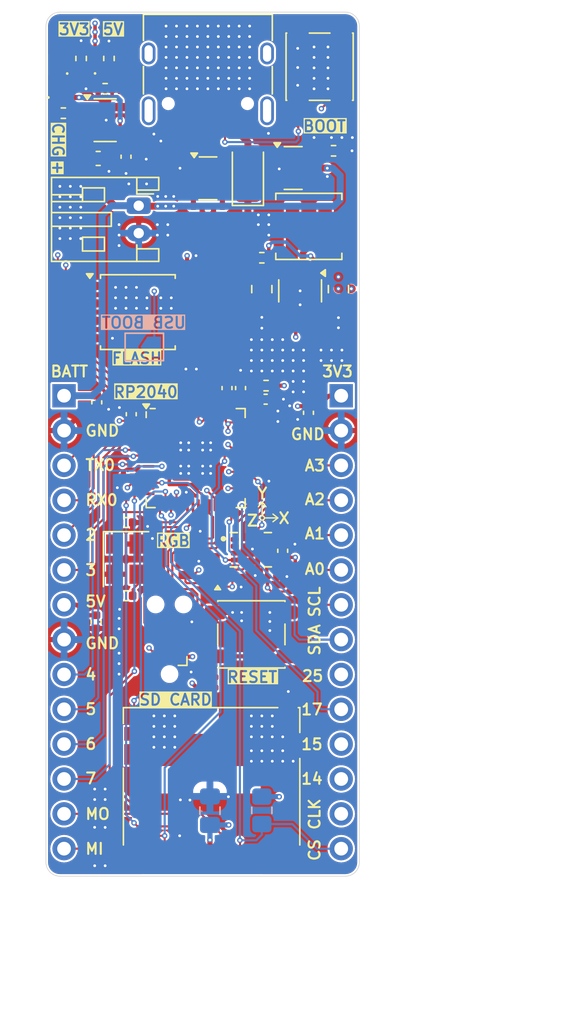
<source format=kicad_pcb>
(kicad_pcb (version 20240108) (generator "pcbnew") (generator_version "8.0")
  (layers (0 "F.Cu" signal) (1 "In1.Cu" signal) (2 "In2.Cu" signal) (31 "B.Cu" signal) (34 "B.Paste" user) (35 "F.Paste" user) (36 "B.SilkS" user "B.Silkscreen") (37 "F.SilkS" user "F.Silkscreen") (38 "B.Mask" user) (39 "F.Mask" user) (44 "Edge.Cuts" user))
  (net 0 "")
  (net 1 "Net-(C1-Pad1)")
  (net 2 "GND")
  (net 3 "MCU_XIN")
  (net 4 "+3V3A")
  (net 5 "+1V1")
  (net 6 "/USB_D-")
  (net 7 "nRESET")
  (net 8 "VBUS")
  (net 9 "+BATT")
  (net 10 "+3V3")
  (net 11 "Net-(D5-K)")
  (net 12 "D+")
  (net 13 "D-")
  (net 14 "Net-(D2-K)")
  (net 15 "GPIO_ADC2")
  (net 16 "RGB_DIN")
  (net 18 "SWD")
  (net 20 "SWCLK")
  (net 22 "SD_MISO")
  (net 23 "SD_MOSI")
  (net 24 "SD_CLK")
  (net 25 "SD_nCS")
  (net 26 "SD_DET")
  (net 28 "Net-(U2-SW)")
  (net 29 "Net-(P1-CC)")
  (net 30 "Net-(P1-VCONN)")
  (net 35 "MCU_XOUT")
  (net 36 "Net-(U4-PROG)")
  (net 37 "Net-(U4-STAT)")
  (net 38 "QSPI_CS")
  (net 39 "Net-(U2-EN)")
  (net 40 "Net-(U2-FB)")
  (net 41 "IMU_CS")
  (net 42 "QSPI_SD2")
  (net 43 "IMU_MISO")
  (net 45 "IMU_INT1")
  (net 46 "QSPI_CLK")
  (net 47 "QSPI_SD1")
  (net 48 "IMU_MOSI")
  (net 49 "QSPI_SD0")
  (net 50 "IMU_SCK")
  (net 51 "QSPI_SD3")
  (net 52 "GPIO_6")
  (net 53 "GPIO_3")
  (net 54 "MCU_RX0")
  (net 55 "GPIO_4")
  (net 56 "GPIO2")
  (net 57 "GPIO_5")
  (net 58 "MCU_TX0")
  (net 59 "GPIO_7")
  (net 60 "GPIO_15")
  (net 61 "GPIO_17")
  (net 62 "GPIO_SCL1")
  (net 63 "GPIO_14")
  (net 64 "GPIO_ADC1")
  (net 65 "GPIO_25")
  (net 66 "GPIO_ADC3")
  (net 67 "GPIO_ADC0")
  (net 68 "GPIO_SDA1")
  (net 69 "/USB_D+")
  (net 70 "/Sensors & Peripherals/usb_boot")
  (net 71 "Net-(D6-K)")
  (net 72 "Net-(D7-K)")
  (footprint "Capacitor_SMD:C_0402_1005Metric" (layer "F.Cu") (at 193.04 107.3404 90)
    (property "Reference" "C21" (hide yes))
    (property "Value" "2u2")
  )
  (footprint "Capacitor_SMD:C_0201_0603Metric" (layer "F.Cu") (at 186.7408 94.9198 90)
    (property "Reference" "C8" (hide yes))
    (property "Value" "100n")
  )
  (footprint "Capacitor_SMD:C_0402_1005Metric" (layer "F.Cu") (at 191.7954 96.2914)
    (property "Reference" "C13" (hide yes))
    (property "Value" "10u")
  )
  (footprint "Resistor_SMD:R_0201_0603Metric" (layer "F.Cu") (at 194.1576 109.1946 -90)
    (property "Reference" "R18" (hide yes))
    (property "Value" "10K")
  )
  (footprint "Capacitor_SMD:C_0201_0603Metric" (layer "F.Cu") (at 181.737 101.9048 180)
    (property "Reference" "C4" (hide yes))
    (property "Value" "100n")
  )
  (footprint "Package_DFN_QFN:QFN-56-1EP_7x7mm_P0.4mm_EP3.2x3.2mm" (layer "F.Cu") (at 186.69 100.584)
    (property "Reference" "U1" (hide yes))
    (property "Value" "RP2040")
  )
  (footprint "Connector_PinHeader_2.54mm:PinHeader_1x14_P2.54mm_Vertical" (layer "F.Cu") (at 197.3072 96.0374)
    (property "Reference" "J5" (hide yes))
    (property "Value" "Conn_01x14")
  )
  (footprint "LED_SMD:LED_0402_1005Metric" (layer "F.Cu") (at 179.3494 71.4502 90)
    (property "Reference" "D6" (hide yes))
    (property "Value" "3V3")
  )
  (footprint "Resistor_SMD:R_0402_1005Metric" (layer "F.Cu") (at 180.3654 71.4502 90)
    (property "Reference" "R17" (hide yes))
    (property "Value" "5K1")
  )
  (footprint "Capacitor_SMD:C_0201_0603Metric" (layer "F.Cu") (at 186.6392 105.5878 -90)
    (property "Reference" "C5" (hide yes))
    (property "Value" "100n")
  )
  (footprint "Button_Switch_SMD:SW_SPST_PTS647_Sx38" (layer "F.Cu") (at 190.754 113.4364 180)
    (property "Reference" "SW1" (hide yes))
    (property "Value" "RESET")
  )
  (footprint "Resistor_SMD:R_0201_0603Metric" (layer "F.Cu") (at 193.4464 76.5302 -90)
    (property "Reference" "R2" (hide yes))
    (property "Value" "5K1")
  )
  (footprint "Package_SO:SOIC-8_5.23x5.23mm_P1.27mm" (layer "F.Cu") (at 182.4736 89.9414)
    (property "Reference" "U3" (hide yes))
    (property "Value" "W25Q128JVS")
  )
  (footprint "Inductor_SMD:L_Coilcraft_XAL4020-XXX" (layer "F.Cu") (at 194.945 83.693)
    (property "Reference" "L1" (hide yes))
    (property "Value" "2u2")
  )
  (footprint "Capacitor_SMD:C_0402_1005Metric" (layer "F.Cu") (at 188.976 95.4786 90)
    (property "Reference" "C16" (hide yes))
    (property "Value" "1u")
  )
  (footprint "Capacitor_SMD:C_0402_1005Metric" (layer "F.Cu") (at 189.9666 95.4786 90)
    (property "Reference" "C15" (hide yes))
    (property "Value" "1u")
  )
  (footprint "Resistor_SMD:R_0402_1005Metric" (layer "F.Cu") (at 177.038 75.438 180)
    (property "Reference" "R8" (hide yes))
    (property "Value" "5K")
  )
  (footprint "Resistor_SMD:R_0201_0603Metric" (layer "F.Cu") (at 188.3156 82.296 180)
    (property "Reference" "R4" (hide yes))
    (property "Value" "27R")
  )
  (footprint "Capacitor_SMD:C_0201_0603Metric" (layer "F.Cu") (at 192.2526 109.22)
    (property "Reference" "C20" (hide yes))
    (property "Value" "0.1u")
  )
  (footprint "Connector_PinHeader_2.54mm:PinHeader_1x14_P2.54mm_Vertical" (layer "F.Cu") (at 177.0888 96.0374)
    (property "Reference" "J2" (hide yes))
    (property "Value" "Conn_01x14")
  )
  (footprint "Package_TO_SOT_SMD:SOT-23-5" (layer "F.Cu") (at 180.086 75.946)
    (property "Reference" "U4" (hide yes))
    (property "Value" "MCP73831-2-OT")
  )
  (footprint "Capacitor_SMD:C_0201_0603Metric" (layer "F.Cu") (at 191.5948 97.917)
    (property "Reference" "C7" (hide yes))
    (property "Value" "100n")
  )
  (footprint "Capacitor_SMD:C_0402_1005Metric" (layer "F.Cu") (at 181.61 110.617 180)
    (property "Reference" "C1" (hide yes))
    (property "Value" "10p")
  )
  (footprint "Package_TO_SOT_SMD:SOT-143" (layer "F.Cu") (at 187.579 80.1878)
    (property "Reference" "D1" (hide yes))
    (property "Value" "PRTR5V0U2X")
  )
  (footprint "LED_SMD:LED_0402_1005Metric" (layer "F.Cu") (at 177.3174 71.4597 90)
    (property "Reference" "D7" (hide yes))
    (property "Value" "3V3")
  )
  (footprint "Resistor_SMD:R_0201_0603Metric" (layer "F.Cu") (at 176.6316 87.7062 -90)
    (property "Reference" "R16" (hide yes))
    (property "Value" "1K")
  )
  (footprint "Connector_Card:microSD_HC_Hirose_DM3D-SF" (layer "F.Cu") (at 187.853 124.561)
    (property "Reference" "J4" (hide yes))
    (property "Value" "Micro_SD_Card_Det1")
  )
  (footprint "Resistor_SMD:R_0201_0603Metric" (layer "F.Cu") (at 184.15 78.7908 180)
    (property "Reference" "R3" (hide yes))
    (property "Value" "5K1")
  )
  (footprint "Resistor_SMD:R_0402_1005Metric" (layer "F.Cu") (at 191.516 85.979)
    (property "Reference" "R12" (hide yes))
    (property "Value" "10K")
  )
  (footprint "Resistor_SMD:R_0402_1005Metric" (layer "F.Cu") (at 191.8254 95.3008)
    (property "Reference" "FB1" (hide yes))
    (property "Value" "480R@100MHz")
  )
  (footprint "Capacitor_SMD:C_0805_2012Metric" (layer "F.Cu") (at 197.104 88.265 -90)
    (property "Reference" "C25" (hide yes))
    (property "Value" "C_Small")
  )
  (footprint "Capacitor_SMD:C_0402_1005Metric" (layer "F.Cu") (at 181.61 78.613 -90)
    (property "Reference" "C18" (hide yes))
    (property "Value" "4u7")
  )
  (footprint "Capacitor_SMD:C_0402_1005Metric" (layer "F.Cu") (at 194.9196 97.282 -90)
    (property "Reference" "C27" (hide yes))
    (property "Value" "1u")
  )
  (footprint "Resistor_SMD:R_0402_1005Metric" (layer "F.Cu") (at 178.3334 71.4502 90)
    (property "Reference" "R20" (hide yes))
    (property "Value" "5K1")
  )
  (footprint "Resistor_SMD:R_0402_1005Metric" (layer "F.Cu") (at 180.086 73.66)
    (property "Reference" "R7" (hide yes))
    (property "Value" "5K")
  )
  (footprint "Package_TO_SOT_SMD:SOT-23-5" (layer "F.Cu") (at 194.31 88.392 -90)
    (property "Reference" "U2" (hide yes))
    (property "Value" "TLV62569DBV")
  )
  (footprint "Button_Switch_SMD:SW_SPST_PTS647_Sx38" (layer "F.Cu") (at 195.7326 72.051 90)
    (property "Reference" "SW2" (hide yes))
    (property "Value" "BOOTLOADER")
  )
  (footprint "Resistor_SMD:R_0201_0603Metric" (layer "F.Cu") (at 183.896 107.95 -90)
    (property "Reference" "R1" (hide yes))
    (property "Value" "1K")
  )
  (footprint "Resistor_SMD:R_0201_0603Metric" (layer "F.Cu") (at 187.8076 117.3226)
    (property "Reference" "R6" (hide yes))
    (property "Value" "4k7")
  )
  (footprint "Package_TO_SOT_SMD:SOT-23" (layer "F.Cu") (at 193.802 79.4371)
    (property "Reference" "Q1" (hide yes))
    (property "Value" "AO3401A")
  )
  (footprint "Capacitor_SMD:C_0402_1005Metric" (layer "F.Cu") (at 179.4764 96.52 -90)
    (property "Reference" "C9" (hide yes))
    (property "Value" "1u")
  )
  (footprint "Capacitor_SMD:C_0805_2012Metric" (layer "F.Cu") (at 191.516 88.265 -90)
    (property "Reference" "C24" (hide yes))
    (property "Value" "4u7")
  )
  (footprint "Capacitor_SMD:C_0402_1005Metric" (layer "F.Cu") (at 181.61 105.283)
    (property "Reference" "C2" (hide yes))
    (property "Value" "10p")
  )
  (footprint "Capacitor_SMD:C_0402_1005Metric" (layer "F.Cu") (at 179.4256 112.522 -90)
    (property "Reference" "C10" (hide yes))
    (property "Value" "1u")
  )
  (footprint "Resistor_SMD:R_0201_0603Metric" (layer "F.Cu") (at 186.8424 82.296)
    (property "Reference" "R5" (hide yes))
    (property "Value" "27R")
  )
  (footprint "Connector_JST:JST_PH_S2B-PH-K_1x02_P2.00mm_Horizontal" (layer "F.Cu") (at 182.536 82.185 -90)
    (property "Reference" "J1" (hide yes))
    (property "Value" "Conn_01x02")
  )
  (footprint "Capacitor_SMD:C_0201_0603Metric" (layer "F.Cu") (at 185.9788 94.9198 90)
    (property "Reference" "C12" (hide yes))
    (property "Value" "100n")
  )
  (footprint "ICM-42688-P:PQFN50P300X250X97-14N" (layer "F.Cu") (at 190.7125 107.2642)
    (property "Reference" "U6" (hide yes))
    (property "Value" "ICM-42688-P")
  )
  (footprint "Capacitor_SMD:C_0201_0603Metric" (layer "F.Cu") (at 187.8076 116.5606 180)
    (property "Reference" "C17" (hide yes))
    (property "Value" "100n")
  )
  (footprint "Capacitor_SMD:C_0402_1005Metric" (layer "F.Cu") (at 181.991 97.3836 90)
    (property "Reference" "C3" (hide yes))
    (property "Value" "1u")
  )
  (footprint "Connector_USB:USB_C_Receptacle_HRO_TYPE-C-31-M-12" (layer "F.Cu") (at 187.579 72.136 180)
    (property "Reference" "P1" (hide yes))
    (property "Value" "USB_C_Plug_USB2.0")
  )
  (footprint "Connector:Tag-Connect_TC2030-IDC-NL_2x03_P1.27mm_Vertical" (layer "F.Cu") (at 184.785 113.792 90)
    (property "Reference" "J3" (hide yes))
    (property "Value" "TC2030-NL")
  )
  (footprint "Capacitor_SMD:C_0201_0603Metric" (layer "F.Cu") (at 189.6872 109.22)
    (property "Reference" "C22" (hide yes))
    (property "Value" "10n")
  )
  (footprint "Crystal:Crystal_SMD_3225-4Pin_3.2x2.5mm" (layer "F.Cu") (at 181.61 107.95 -90)
    (property "Reference" "Y1" (hide yes))
    (property "Value" "12MHZ")
  )
  (footprint "LED_SMD:LED_SK6805_PLCC4_2.4x2.7mm_P1.3mm" (layer "F.Cu") (at 186.944 108.458 180)
    (property "Reference" "D4" (hide yes))
    (property "Value" "SK6805")
  )
  (footprint "Resistor_SMD:R_0201_0603Metric" (layer "F.Cu") (at 177.3936 87.7062 -90)
    (property "Reference" "R10" (hide yes))
    (property "Value" "DNF")
  )
  (footprint "Capacitor_SMD:C_0603_1608Metric" (layer "F.Cu") (at 179.578 78.74)
    (property "Reference" "C19" (hide yes))
    (property "Value" "10u")
  )
  (footprint "Capacitor_SMD:C_0201_0603Metric" (layer "F.Cu") (at 186.3852 86.614)
    (property "Reference" "C23" (hide yes))
    (property "Value" "100n")
  )
  (footprint "LED_SMD:LED_0402_1005Metric" (layer "F.Cu") (at 177.038 74.295)
    (property "Reference" "D2" (hide yes))
    (property "Value" "Orange")
  )
  (footprint "Resistor_SMD:R_0402_1005Metric" (layer "F.Cu") (at 196.7484 78.1812)
    (property "Reference" "R11" (hide yes))
    (property "Value" "10K")
  )
  (footprint "Capacitor_SMD:C_0201_0603Metric" (layer "F.Cu") (at 187.4012 105.5878 -90)
    (property "Reference" "C11" (hide yes))
    (property "Value" "100n")
  )
  (footprint "Capacitor_SMD:C_0201_0603Metric" (layer "F.Cu") (at 191.5948 97.155)
    (property "Reference" "C14" (hide yes))
    (property "Value" "100n")
  )
  (footprint "Resistor_SMD:R_0201_0603Metric" (layer "F.Cu") (at 193.8528 110.3122)
    (property "Reference" "R19" (hide yes))
    (property "Value" "10K")
  )
  (footprint "Resistor_SMD:R_0201_0603Metric" (layer "F.Cu") (at 195.834 91.44 -90)
    (property "Reference" "R14" (hide yes))
    (property "Value" "100k")
  )
  (footprint "Capacitor_SMD:C_0201_0603Metric" (layer "F.Cu") (at 191.6176 101.6)
    (property "Reference" "C6" (hide yes))
    (property "Value" "100n")
  )
  (footprint "Resistor_SMD:R_0201_0603Metric" (layer "F.Cu") (at 194.31 91.059)
    (property "Reference" "R13" (hide yes))
    (property "Value" "442k")
  )
  (footprint "Diode_SMD:D_1206_3216Metric" (layer "F.Cu") (at 190.5 79.883 90)
    (property "Reference" "D5" (hide yes))
    (property "Value" "MBR0540")
  )
  (footprint "Capacitor_SMD:C_0805_2012Metric_Pad1.18x1.45mm_HandSolder" (layer "B.Cu") (at 187.7314 126.2888 -90)
    (property "Reference" "C26" (hide yes))
    (property "Value" "100n")
  )
  (footprint "Jumper:SolderJumper-2_P1.3mm_Open_TrianglePad1.0x1.5mm" (layer "B.Cu") (at 182.9446 92.4814 180)
    (property "Reference" "J6" (hide yes))
    (property "Value" "Conn_01x02")
  )
  (footprint "Resistor_SMD:R_0805_2012Metric_Pad1.20x1.40mm_HandSolder" (layer "B.Cu") (at 191.516 126.2634 -90)
    (property "Reference" "R15" (hide yes))
    (property "Value" "DNF")
  )
  (gr_line (start 192.6844 104.945219) (end 192.3288 104.665819) (stroke (width 0.1)) (layer "F.SilkS"))
  (gr_line (start 191.5414 103.776819) (end 191.262 104.132419) (stroke (width 0.1)) (layer "F.SilkS"))
  (gr_line (start 192.6844 104.945219) (end 192.3288 105.224619) (stroke (width 0.1)) (layer "F.SilkS"))
  (gr_line (start 191.5414 104.78258) (end 191.5414 103.802219) (stroke (width 0.1)) (layer "F.SilkS"))
  (gr_line (start 191.5414 103.776819) (end 191.8208 104.132419) (stroke (width 0.1)) (layer "F.SilkS"))
  (gr_circle (center 191.5414 104.945219) (end 191.643 104.818219) (stroke (width 0.1)) (fill none) (layer "F.SilkS"))
  (gr_line (start 191.704039 104.945219) (end 192.6844 104.945219) (stroke (width 0.1)) (layer "F.SilkS"))
  (gr_arc (start 197.612 68.072) (mid 198.33042 68.36958) (end 198.628 69.088) (stroke (width 0.05)) (layer "Edge.Cuts"))
  (gr_line (start 198.628 69.088) (end 198.628 130.048) (stroke (width 0.05)) (layer "Edge.Cuts"))
  (gr_line (start 175.768 130.048) (end 175.768 69.088) (stroke (width 0.05)) (layer "Edge.Cuts"))
  (gr_line (start 197.612 131.064) (end 176.784 131.064) (stroke (width 0.05)) (layer "Edge.Cuts"))
  (gr_arc (start 198.628 130.048) (mid 198.33042 130.76642) (end 197.612 131.064) (stroke (width 0.05)) (layer "Edge.Cuts"))
  (gr_line (start 176.784 68.072) (end 197.612 68.072) (stroke (width 0.05)) (layer "Edge.Cuts"))
  (gr_arc (start 175.768 69.088) (mid 176.06558 68.36958) (end 176.784 68.072) (stroke (width 0.05)) (layer "Edge.Cuts"))
  (gr_arc (start 176.784 131.064) (mid 176.06558 130.76642) (end 175.768 130.048) (stroke (width 0.05)) (layer "Edge.Cuts"))
  (gr_text "USB BOOT" (at 186.055 91.186 0) (layer "B.SilkS" knockout) (effects (font (size 0.8001 0.8001) (thickness 0.1524) (bold yes)) (justify left bottom mirror)))
  (gr_text "25" (at 194.3608 116.9416 -0) (layer "F.SilkS") (effects (font (size 0.8001 0.8001) (thickness 0.1524) (bold yes)) (justify left bottom)))
  (gr_text "GND" (at 193.548 99.314 -0) (layer "F.SilkS") (effects (font (size 0.8001 0.8001) (thickness 0.1524) (bold yes)) (justify left bottom)))
  (gr_text "14" (at 194.31 124.4346 -0) (layer "F.SilkS") (effects (font (size 0.8001 0.8001) (thickness 0.1524) (bold yes)) (justify left bottom)))
  (gr_text "SCL" (at 195.834 112.268 90) (layer "F.SilkS") (effects (font (size 0.8001 0.8001) (thickness 0.1524) (bold yes)) (justify left bottom)))
  (gr_text "17" (at 194.31 119.38 -0) (layer "F.SilkS") (effects (font (size 0.8001 0.8001) (thickness 0.1524) (bold yes)) (justify left bottom)))
  (gr_text "BOOT" (at 194.437 76.8604 0) (layer "F.SilkS" knockout) (effects (font (size 0.8001 0.8001) (thickness 0.1524) (bold yes)) (justify left bottom)))
  (gr_text "3V3" (at 176.6316 69.7992 0) (layer "F.SilkS" knockout) (effects (font (size 0.8001 0.8001) (thickness 0.1524) (bold yes)) (justify left bottom)))
  (gr_text "X" (at 192.659 105.4354 0) (layer "F.SilkS") (effects (font (size 0.8001 0.8001) (thickness 0.1524) (bold yes)) (justify left bottom)))
  (gr_text "BATT" (at 176.022 94.742 0) (layer "F.SilkS") (effects (font (size 0.8001 0.8001) (thickness 0.1524) (bold yes)) (justify left bottom)))
  (gr_text "SDA" (at 195.834 115.062 90) (layer "F.SilkS") (effects (font (size 0.8001 0.8001) (thickness 0.1524) (bold yes)) (justify left bottom)))
  (gr_text "2" (at 178.562 106.6546 -0) (layer "F.SilkS") (effects (font (size 0.8001 0.8001) (thickness 0.1524) (bold yes)) (justify left bottom)))
  (gr_text "CHG" (at 176.1744 76.0476 -90) (layer "F.SilkS" knockout) (effects (font (size 0.8001 0.8001) (thickness 0.1524) (bold yes)) (justify left bottom)))
  (gr_text "5" (at 178.562 119.3546 -0) (layer "F.SilkS") (effects (font (size 0.8001 0.8001) (thickness 0.1524) (bold yes)) (justify left bottom)))
  (gr_text "+" (at 175.9966 79.8322 0) (layer "F.SilkS" knockout) (effects (font (size 0.8001 0.8001) (thickness 0.1524) (bold yes)) (justify left bottom)))
  (gr_text "TX0" (at 178.562 101.564 0) (layer "F.SilkS") (effects (font (size 0.8001 0.8001) (thickness 0.1524) (bold yes)) (justify left bottom)))
  (gr_text "3V3" (at 195.834 94.742 -0) (layer "F.SilkS") (effects (font (size 0.8001 0.8001) (thickness 0.1524) (bold yes)) (justify left bottom)))
  (gr_text "RX0" (at 178.562 104.1146 0) (layer "F.SilkS") (effects (font (size 0.8001 0.8001) (thickness 0.1524) (bold yes)) (justify left bottom)))
  (gr_text "15" (at 194.31 121.92 -0) (layer "F.SilkS") (effects (font (size 0.8001 0.8001) (thickness 0.1524) (bold yes)) (justify left bottom)))
  (gr_text "CLK" (at 195.834 127.762 90) (layer "F.SilkS") (effects (font (size 0.8001 0.8001) (thickness 0.1524) (bold yes)) (justify left bottom)))
  (gr_text "GND\n" (at 178.562 99.06 -0) (layer "F.SilkS") (effects (font (size 0.8001 0.8001) (thickness 0.1524) (bold yes)) (justify left bottom)))
  (gr_text "GND" (at 178.562 114.554 -0) (layer "F.SilkS") (effects (font (size 0.8001 0.8001) (thickness 0.1524) (bold yes)) (justify left bottom)))
  (gr_text "A1" (at 194.564 106.553 -0) (layer "F.SilkS") (effects (font (size 0.8001 0.8001) (thickness 0.1524) (bold yes)) (justify left bottom)))
  (gr_text "7" (at 178.562 124.4092 -0) (layer "F.SilkS") (effects (font (size 0.8001 0.8001) (thickness 0.1524) (bold yes)) (justify left bottom)))
  (gr_text "RGB" (at 183.7436 107.0864 0) (layer "F.SilkS" knockout) (effects (font (size 0.8001 0.8001) (thickness 0.1524) (bold yes)) (justify left bottom)))
  (gr_text "A3" (at 194.564 101.6 -0) (layer "F.SilkS") (effects (font (size 0.8001 0.8001) (thickness 0.1524) (bold yes)) (justify left bottom)))
  (gr_text "Z" (at 190.3476 105.6132 0) (layer "F.SilkS") (effects (font (size 0.8001 0.8001) (thickness 0.1524) (bold yes)) (justify left bottom)))
  (gr_text "6" (at 178.562 121.8946 -0) (layer "F.SilkS") (effects (font (size 0.8001 0.8001) (thickness 0.1524) (bold yes)) (justify left bottom)))
  (gr_text "4" (at 178.562 116.84 0) (layer "F.SilkS") (effects (font (size 0.8001 0.8001) (thickness 0.1524) (bold yes)) (justify left bottom)))
  (gr_text "RP2040" (at 180.6194 96.2406 0) (layer "F.SilkS" knockout) (effects (font (size 0.8001 0.8001) (thickness 0.1524) (bold yes)) (justify left bottom)))
  (gr_text "3" (at 178.562 109.22 -0) (layer "F.SilkS") (effects (font (size 0.8001 0.8001) (thickness 0.1524) (bold yes)) (justify left bottom)))
  (gr_text "RESET" (at 188.8998 117.0178 0) (layer "F.SilkS" knockout) (effects (font (size 0.8001 0.8001) (thickness 0.1524) (bold yes)) (justify left bottom)))
  (gr_text "5V" (at 179.832 69.7992 0) (layer "F.SilkS" knockout) (effects (font (size 0.8001 0.8001) (thickness 0.1524) (bold yes)) (justify left bottom)))
  (gr_text "CS" (at 195.834 128.27 90) (layer "F.SilkS") (effects (font (size 0.8001 0.8001) (thickness 0.1524) (bold yes)) (justify right bottom)))
  (gr_text "MO" (at 178.562 127 0) (layer "F.SilkS") (effects (font (size 0.8001 0.8001) (thickness 0.1524) (bold yes)) (justify left bottom)))
  (gr_text "5V" (at 178.562 111.506 0) (layer "F.SilkS") (effects (font (size 0.8001 0.8001) (thickness 0.1524) (bold yes)) (justify left bottom)))
  (gr_text "A0" (at 194.564 109.1438 -0) (layer "F.SilkS") (effects (font (size 0.8001 0.8001) (thickness 0.1524) (bold yes)) (justify left bottom)))
  (gr_text "FLASH" (at 180.4924 93.7768 0) (layer "F.SilkS" knockout) (effects (font (size 0.8001 0.8001) (thickness 0.1524) (bold yes)) (justify left bottom)))
  (gr_text "A2" (at 194.564 104.0638 -0) (layer "F.SilkS") (effects (font (size 0.8001 0.8001) (thickness 0.1524) (bold yes)) (justify left bottom)))
  (gr_text "Y" (at 191.1096 103.632 0) (layer "F.SilkS") (effects (font (size 0.8001 0.8001) (thickness 0.1524) (bold yes)) (justify left bottom)))
  (gr_text "MI" (at 178.562 129.54 0) (layer "F.SilkS") (effects (font (size 0.8001 0.8001) (thickness 0.1524) (bold yes)) (justify left bottom)))
  (gr_text "SD CARD" (at 182.499 118.6688 0) (layer "F.SilkS" knockout) (effects (font (size 0.8001 0.8001) (thickness 0.1524) (bold yes)) (justify left bottom)))
  (segment (start 183.896 108.839) (end 183.896 108.46) (width 0.1524) (layer "F.Cu") (net 1))
  (segment (start 182.46 109.7924) (end 182.46 109.05) (width 0.1524) (layer "F.Cu") (net 1))
  (segment (start 182.09 110.617) (end 182.09 110.1624) (width 0.1524) (layer "F.Cu") (net 1))
  (segment (start 183.685 109.05) (end 183.896 108.839) (width 0.1524) (layer "F.Cu") (net 1))
  (segment (start 182.09 110.1624) (end 182.46 109.7924) (width 0.1524) (layer "F.Cu") (net 1))
  (segment (start 182.46 109.05) (end 183.685 109.05) (width 0.1524) (layer "F.Cu") (net 1))
  (segment (start 180.353 78.74) (end 180.353 79.6674) (width 0.508) (layer "F.Cu") (net 2))
  (segment (start 197.104 89.215) (end 197.104 90.3478) (width 0.635) (layer "F.Cu") (net 2))
  (segment (start 186.9186 108.1024) (end 187.34 107.681) (width 0.1524) (layer "F.Cu") (net 2))
  (segment (start 181.13 109.42) (end 180.76 109.05) (width 0.1524) (layer "F.Cu") (net 2))
  (segment (start 183.83 78.7908) (end 183.0832 78.7908) (width 0.254) (layer "F.Cu") (net 2))
  (segment (start 194.9196 97.762) (end 194.1348 97.762) (width 0.3048) (layer "F.Cu") (net 2))
  (segment (start 186.7052 86.614) (end 186.7052 85.8368) (width 0.3048) (layer "F.Cu") (net 2))
  (segment (start 180.312 97) (end 180.34 97.028) (width 0.381) (layer "F.Cu") (net 2))
  (segment (start 197.104 90.3478) (end 197.104 91.0844) (width 0.635) (layer "F.Cu") (net 2))
  (segment (start 190.0072 109.982) (end 190.0072 109.22) (width 0.1524) (layer "F.Cu") (net 2))
  (segment (start 191.2125 108.1792) (end 191.2125 107.5957) (width 0.254) (layer "F.Cu") (net 2))
  (segment (start 182.9054 105.283) (end 183.1848 105.5624) (width 0.1524) (layer "F.Cu") (net 2))
  (segment (start 190.829 76.181) (end 191.5592 76.9112) (width 0.381) (layer "F.Cu") (net 2))
  (segment (start 194.1326 70.7132) (end 194.1322 70.7136) (width 0.381) (layer "F.Cu") (net 2))
  (segment (start 188.976 94.9986) (end 189.9666 94.9986) (width 0.3048) (layer "F.Cu") (net 2))
  (segment (start 178.8736 91.8464) (end 180.6194 91.8464) (width 0.3048) (layer "F.Cu") (net 2))
  (segment (start 181.417 102.301) (end 181.417 101.9048) (width 0.1524) (layer "F.Cu") (net 2))
  (segment (start 193.428 119.111) (end 193.428 117.6204) (width 0.1524) (layer "F.Cu") (net 2))
  (segment (start 178.9485 75.946) (end 180.1622 75.946) (width 0.508) (layer "F.Cu") (net 2))
  (segment (start 196.4436 98.5774) (end 197.3072 98.5774) (width 0.3048) (layer "F.Cu") (net 2))
  (segment (start 191.6176 76.9112) (end 191.9986 76.9112) (width 0.381) (layer "F.Cu") (net 2))
  (segment (start 194.1322 72.7456) (end 194.1322 73.406) (width 0.381) (layer "F.Cu") (net 2))
  (segment (start 191.9376 102.170422) (end 192.032001 102.264823) (width 0.1524) (layer "F.Cu") (net 2))
  (segment (start 185.42 112.522) (end 186.4106 112.522) (width 0.3048) (layer "F.Cu") (net 2))
  (segment (start 191.516 90.3224) (end 191.516 91.1098) (width 0.635) (layer "F.Cu") (net 2))
  (segment (start 185.528 129.911) (end 185.528 128.124) (width 0.1524) (layer "F.Cu") (net 2))
  (segment (start 191.9148 97.917) (end 192.687 97.917) (width 0.3048) (layer "F.Cu") (net 2))
  (segment (start 182.09 105.283) (end 182.9054 105.283) (width 0.1524) (layer "F.Cu") (net 2))
  (segment (start 191.9148 97.155) (end 192.687 97.155) (width 0.3048) (layer "F.Cu") (net 2))
  (segment (start 179.4256 113.002) (end 181.074 113.002) (width 0.3048) (layer "F.Cu") (net 2))
  (segment (start 181.61 79.093) (end 181.61 79.8322) (width 0.254) (layer "F.Cu") (net 2))
  (segment (start 186.3598 116.202304) (end 186.3598 116.1796) (width 0.3048) (layer "F.Cu") (net 2))
  (segment (start 192.1004 111.8364) (end 192.1002 111.8362) (width 0.3048) (layer "F.Cu") (net 2))
  (segment (start 192.5726 109.22) (end 193.3448 109.22) (width 0.254) (layer "F.Cu") (net 2))
  (segment (start 191.516 89.215) (end 191.516 90.3224) (width 0.635) (layer "F.Cu") (net 2))
  (segment (start 179.4484 97.028) (end 179.4764 97) (width 0.381) (layer "F.Cu") (net 2))
  (segment (start 187.4876 116.5606) (end 186.718096 116.5606) (width 0.3048) (layer "F.Cu") (net 2))
  (segment (start 197.2584 78.1812) (end 198.0946 78.1812) (width 0.508) (layer "F.Cu") (net 2))
  (segment (start 191.9376 101.6) (end 191.9376 102.170422) (width 0.1524) (layer "F.Cu") (net 2))
  (segment (start 177.0888 113.8174) (end 177.9778 113.8174) (width 0.3048) (layer "F.Cu") (net 2))
  (segment (start 186.718096 116.5606) (end 186.716748 116.559252) (width 0.3048) (layer "F.Cu") (net 2))
  (segment (start 178.6382 97.028) (end 179.4484 97.028) (width 0.381) (layer "F.Cu") (net 2))
  (segment (start 194.1326 73.4064) (end 194.1322 73.406) (width 0.381) (layer "F.Cu") (net 2))
  (segment (start 195.6282 97.762) (end 196.4436 98.5774) (width 0.3048) (layer "F.Cu") (net 2))
  (segment (start 186.716748 116.559252) (end 186.3598 116.202304) (width 0.3048) (layer "F.Cu") (net 2))
  (segment (start 187.0304 105.9078) (end 187.0202 105.918) (width 0.1524) (layer "F.Cu") (net 2))
  (segment (start 180.3654 70.9402) (end 180.3654 70.1802) (width 0.254) (layer "F.Cu") (net 2))
  (segment (start 181.13 110.617) (end 181.13 109.42) (width 0.1524) (layer "F.Cu") (net 2))
  (segment (start 178.3334 70.9402) (end 178.3334 70.1548) (width 0.254) (layer "F.Cu") (net 2))
  (segment (start 186.6392 105.9078) (end 187.01 105.9078) (width 0.1524) (layer "F.Cu") (net 2))
  (segment (start 189.9666 94.9986) (end 189.9666 94.1832) (width 0.3048) (layer "F.Cu") (net 2))
  (segment (start 186.7052 85.8368) (end 186.7154 85.8266) (width 0.3048) (layer "F.Cu") (net 2))
  (segment (start 195.834 91.95) (end 195.834 92.71) (width 0.3048) (layer "F.Cu") (net 2))
  (segment (start 187.4012 105.9078) (end 187.0304 105.9078) (width 0.1524) (layer "F.Cu") (net 2))
  (segment (start 183.533875 106.444875) (end 183.12875 106.85) (width 0.1524) (layer "F.Cu") (net 2))
  (segment (start 185.5604 79.4378) (end 185.547 79.4512) (width 0.199898) (layer "F.Cu") (net 2))
  (segment (start 186.7408 94.5998) (end 186.7408 94.0942) (width 0.1524) (layer "F.Cu") (net 2))
  (segment (start 194.1322 72.1106) (end 194.1322 72.7456) (width 0.381) (layer "F.Cu") (net 2))
  (segment (start 193.379 111.8364) (end 192.1004 111.8364) (width 0.3048) (layer "F.Cu") (net 2))
  (segment (start 183.753 84.185) (end 183.896 84.328) (width 0.508) (layer "F.Cu") (net 2))
  (segment (start 183.12875 106.85) (end 182.46 106.85) (width 0.1524) (layer "F.Cu") (net 2))
  (segment (start 194.1322 70.7136) (end 194.1322 71.374) (width 0.381) (layer "F.Cu") (net 2))
  (segment (start 178.7932 113.002) (end 179.4256 113.002) (width 0.3048) (layer "F.Cu") (net 2))
  (segment (start 177.0888 98.5774) (end 178.6382 97.028) (width 0.381) (layer "F.Cu") (net 2))
  (segment (start 188.129 111.8364) (end 189.3822 111.8364) (width 0.3048) (layer "F.Cu") (net 2))
  (segment (start 184.329 76.181) (end 184.329 77.291) (width 0.381) (layer "F.Cu") (net 2))
  (segment (start 177.9778 113.8174) (end 178.7932 113.002) (width 0.3048) (layer "F.Cu") (net 2))
  (segment (start 182.536 84.185) (end 183.753 84.185) (width 0.508) (layer "F.Cu") (net 2))
  (segment (start 194.1326 74.676) (end 194.1326 73.4064) (width 0.381) (layer "F.Cu") (net 2))
  (segment (start 194.1326 69.426) (end 194.1326 70.7132) (width 0.381) (layer "F.Cu") (net 2))
  (segment (start 194.31 87.2545) (end 194.31 88.392) (width 0.508) (layer "F.Cu") (net 2))
  (segment (start 185.528 128.124) (end 185.5216 128.1176) (width 0.1524) (layer "F.Cu") (net 2))
  (segment (start 179.576 73.66) (end 178.689 73.66) (width 0.508) (layer "F.Cu") (net 2))
  (segment (start 192.2754 96.2914) (end 193.0934 96.2914) (width 0.3048) (layer "F.Cu") (net 2))
  (segment (start 186.579 79.4378) (end 185.5604 79.4378) (width 0.199898) (layer "F.Cu") (net 2))
  (segment (start 184.658 84.328) (end 183.896 84.328) (width 0.381) (layer "F.Cu") (net 2))
  (segment (start 194.31 88.392) (end 194.31 89.408) (width 0.508) (layer "F.Cu") (net 2))
  (segment (start 185.69 104.0215) (end 185.69 103.3874) (width 0.1524) (layer "F.Cu") (net 2))
  (segment (start 187.01 105.9078) (end 187.0202 105.918) (width 0.1524) (layer "F.Cu") (net 2))
  (segment (start 181.13 111.5958) (end 181.1418 111.6076) (width 0.1524) (layer "F.Cu") (net 2))
  (segment (start 190.7125 108.1792) (end 190.7125 108.8229) (width 0.254) (layer "F.Cu") (net 2))
  (segment (start 181.13 110.617) (end 181.13 111.5958) (width 0.1524) (layer "F.Cu") (net 2))
  (segment (start 181.13 96.9036) (end 181.1274 96.901) (width 0.1524) (layer "F.Cu") (net 2))
  (segment (start 185.69 103.3874) (end 186.0042 103.0732) (width 0.1524) (layer "F.Cu") (net 2))
  (segment (start 194.1348 97.762) (end 194.1322 97.7646) (width 0.3048) (layer "F.Cu") (net 2))
  (segment (start 193.9264 106.8604) (end 193.929 106.8578) (width 0.254) (layer "F.Cu") (net 2))
  (segment (start 185.9788 94.5998) (end 185.9788 94.0942) (width 0.1524) (layer "F.Cu") (net 2))
  (segment (start 190.7125 108.8229) (end 191.0334 109.1438) (width 0.254) (layer "F.Cu") (net 2))
  (segment (start 179.4764 97) (end 180.312 97) (width 0.381) (layer "F.Cu") (net 2))
  (segment (start 184.329 77.291) (end 184.15 77.47) (width 0.381) (layer "F.Cu") (net 2))
  (segment (start 194.1322 71.374) (end 194.1322 72.1106) (width 0.381) (layer "F.Cu") (net 2))
  (segment (start 193.428 117.6204) (end 193.4464 117.602) (width 0.1524) (layer "F.Cu") (net 2))
  (segment (start 180.353 79.6674) (end 180.3654 79.6798) (width 0.508) (layer "F.Cu") (net 2))
  (segment (start 187.34 107.681) (end 187.817 107.681) (width 0.1524) (layer "F.Cu") (net 2))
  (segment (start 181.991 96.9036) (end 181.13 96.9036) (width 0.1524) (layer "F.Cu") (net 2))
  (segment (start 191.2125 107.5957) (end 190.8302 107.2134) (width 0.254) (layer "F.Cu") (net 2))
  (segment (start 189.3822 111.8364) (end 189.3824 111.8362) (width 0.3048) (layer "F.Cu") (net 2))
  (segment (start 194.9196 97.762) (end 195.6282 97.762) (width 0.3048) (layer "F.Cu") (net 2))
  (segment (start 191.5592 76.9112) (end 191.6176 76.9112) (width 0.381) (layer "F.Cu") (net 2))
  (segment (start 181.074 113.002) (end 181.102 113.03) (width 0.3048) (layer "F.Cu") (net 2))
  (segment (start 180.975 102.743) (end 181.417 102.301) (width 0.1524) (layer "F.Cu") (net 2))
  (segment (start 193.04 106.8604) (end 193.9264 106.8604) (width 0.254) (layer "F.Cu") (net 2))
  (via (at 197.104 91.0844) (size 0.4) (drill 0.2) (layers "F.Cu" "B.Cu") (net 2))
  (via (at 193.04 93.472) (size 0.4) (drill 0.2) (layers "F.Cu" "B.Cu") (net 2))
  (via (at 181.1274 96.901) (size 0.4) (drill 0.2) (layers "F.Cu" "B.Cu") (net 2))
  (via (at 190.0072 109.982) (size 0.4) (drill 0.2) (layers "F.Cu" "B.Cu") (net 2))
  (via (at 180.3654 79.6798) (size 0.4) (drill 0.2) (layers "F.Cu" "B.Cu") (net 2))
  (via (at 196.294307 80.0576) (size 0.4) (drill 0.2) (layers "F.Cu" "B.Cu") (net 2))
  (via (at 191.516 120.904) (size 0.4) (drill 0.2) (layers "F.Cu" "B.Cu") (net 2))
  (via (at 180.848 89.662) (size 0.4) (drill 0.2) (layers "F.Cu" "B.Cu") (net 2))
  (via (at 193.802 95.758) (size 0.4) (drill 0.2) (layers "F.Cu" "B.Cu") (net 2))
  (via (at 183.642 120.904) (size 0.4) (drill 0.2) (layers "F.Cu" "B.Cu") (net 2))
  (via (at 187.579 71.374) (size 0.4) (drill 0.2) (layers "F.Cu" "B.Cu") (net 2))
  (via (at 193.802 93.472) (size 0.4) (drill 0.2) (layers "F.Cu" "B.Cu") (net 2))
  (via (at 186.817 71.374) (size 0.4) (drill 0.2) (layers "F.Cu" "B.Cu") (net 2))
  (via (at 196.596 92.71) (size 0.4) (drill 0.2) (layers "F.Cu" "B.Cu") (net 2))
  (via (at 193.802 92.71) (size 0.4) (drill 0.2) (layers "F.Cu" "B.Cu") (net 2))
  (via (at 180.086 124.714) (size 0.4) (drill 0.2) (layers "F.Cu" "B.Cu") (net 2))
  (via (at 192.278 119.38) (size 0.4) (drill 0.2) (layers "F.Cu" "B.Cu") (net 2))
  (via (at 185.166 120.904) (size 0.4) (drill 0.2) (layers "F.Cu" "B.Cu") (net 2))
  (via (at 183.642 76.962) (size 0.4) (drill 0.2) (layers "F.Cu" "B.Cu") (net 2))
  (via (at 181.61 88.9) (size 0.4) (drill 0.2) (layers "F.Cu" "B.Cu") (net 2))
  (via (at 194.564 92.71) (size 0.4) (drill 0.2) (layers "F.Cu" "B.Cu") (net 2))
  (via (at 191.9986 76.9112) (size 0.4) (drill 0.2) (layers "F.Cu" "B.Cu") (net 2))
  (via (at 179.319854 127.500922) (size 0.4) (drill 0.2) (layers "F.Cu" "B.Cu") (net 2))
  (via (at 190.754 120.142) (size 0.4) (drill 0.2) (layers "F.Cu" "B.Cu") (net 2))
  (via (at 181.102 83.566) (size 0.4) (drill 0.2) (layers "F.Cu" "B.Cu") (net 2))
  (via (at 177.546 80.772) (size 0.4) (drill 0.2) (layers "F.Cu" "B.Cu") (net 2))
  (via (at 176.784 81.534) (size 0.4) (drill 0.2) (layers "F.Cu" "B.Cu") (net 2))
  (via (at 189.865 71.374) (size 0.4) (drill 0.2) (layers "F.Cu" "B.Cu") (net 2))
  (via (at 183.134 89.662) (size 0.4) (drill 0.2) (layers "F.Cu" "B.Cu") (net 2))
  (via (at 196.342 73.66) (size 0.4) (drill 0.2) (layers "F.Cu" "B.Cu") (net 2))
  (via (at 181.102 85.09) (size 0.4) (drill 0.2) (layers "F.Cu" "B.Cu") (net 2))
  (via (at 178.308 80.772) (size 0.4) (drill 0.2) (layers "F.Cu" "B.Cu") (net 2))
  (via (at 181.102 114.808) (size 0.4) (drill 0.2) (layers "F.Cu" "B.Cu") (net 2))
  (via (at 180.086 125.476) (size 0.4) (drill 0.2) (layers "F.Cu" "B.Cu") (net 2))
  (via (at 181.102 84.328) (size 0.4) (drill 0.2) (layers "F.Cu" "B.Cu") (net 2))
  (via (at 195.326 77.216) (size 0.4) (drill 0.2) (layers "F.Cu" "B.Cu") (net 2))
  (via (at 186.817 72.136) (size 0.4) (drill 0.2) (layers "F.Cu" "B.Cu") (net 2))
  (via (at 180.086 130.302) (size 0.4) (drill 0.2) (layers "F.Cu" "B.Cu") (net 2))
  (via (at 180.34 97.028) (size 0.4) (drill 0.2) (layers "F.Cu" "B.Cu") (net 2))
  (via (at 190.8302 107.2134) (size 0.4) (drill 0.2) (layers "F.Cu" "B.Cu") (net 2))
  (via (at 183.896 83.566) (size 0.4) (drill 0.2) (layers "F.Cu" "B.Cu") (net 2))
  (via (at 181.102 113.03) (size 0.4) (drill 0.2) (layers "F.Cu" "B.Cu") (net 2))
  (via (at 178.308 84.582) (size 0.4) (drill 0.2) (layers "F.Cu" "B.Cu") (net 2))
  (via (at 193.04 121.92) (size 0.4) (drill 0.2) (layers "F.Cu" "B.Cu") (net 2))
  (via (at 193.04 91.948) (size 0.4) (drill 0.2) (layers "F.Cu" "B.Cu") (net 2))
  (via (at 178.3334 70.1548) (size 0.4) (drill 0.2) (layers "F.Cu" "B.Cu") (net 2))
  (via (at 194.564 94.996) (size 0.4) (drill 0.2) (layers "F.Cu" "B.Cu") (net 2))
  (via (at 186.055 71.374) (size 0.4) (drill 0.2) (layers "F.Cu" "B.Cu") (net 2))
  (via (at 182.372 88.9) (size 0.4) (drill 0.2) (layers "F.Cu" "B.Cu") (net 2))
  (via (at 185.5216 128.1176) (size 0.4) (drill 0.2) (layers "F.Cu" "B.Cu") (net 2))
  (via (at 189.103 73.66) (size 0.4) (drill 0.2) (layers "F.Cu" "B.Cu") (net 2))
  (via (at 184.531 73.66) (size 0.4) (drill 0.2) (layers "F.Cu" "B.Cu") (net 2))
  (via (at 194.1322 73.406) (size 0.4) (drill 0.2) (layers "F.Cu" "B.Cu") (net 2))
  (via (at 193.0934 96.2914) (size 0.4) (drill 0.2) (layers "F.Cu" "B.Cu") (net 2))
  (via (at 190.627 72.898) (size 0.4) (drill 0.2) (layers "F.Cu" "B.Cu") (net 2))
  (via (at 194.31 88.392) (size 0.4) (drill 0.2) (layers "F.Cu" "B.Cu") (net 2))
  (via (at 192.278 120.142) (size 0.4) (drill 0.2) (layers "F.Cu" "B.Cu") (net 2))
  (via (at 186.055 70.612) (size 0.4) (drill 0.2) (layers "F.Cu" "B.Cu") (net 2))
  (via (at 181.61 88.138) (size 0.4) (drill 0.2) (layers "F.Cu" "B.Cu") (net 2))
  (via (at 195.834 93.472) (size 0.4) (drill 0.2) (layers "F.Cu" "B.Cu") (net 2))
  (via (at 193.3448 109.22) (size 0.4) (drill 0.2) (layers "F.Cu" "B.Cu") (net 2))
  (via (at 191.516 94.234) (size 0.4) (drill 0.2) (layers "F.Cu" "B.Cu") (net 2))
  (via (at 196.342 71.374) (size 0.4) (drill 0.2) (layers "F.Cu" "B.Cu") (net 2))
  (via (at 192.786 79.502) (size 0.4) (drill 0.2) (layers "F.Cu" "B.Cu") (net 2))
  (via (at 183.9214 81.5086) (size 0.4) (drill 0.2) (layers "F.Cu" "B.Cu") (net 2))
  (via (at 180.848 88.138) (size 0.4) (drill 0.2) (layers "F.Cu" "B.Cu") (net 2))
  (via (at 188.341 72.898) (size 0.4) (drill 0.2) (layers "F.Cu" "B.Cu") (net 2))
  (via (at 192.024 84.328) (size 0.4) (drill 0.2) (layers "F.Cu" "B.Cu") (net 2))
  (via (at 192.1002 112.4966) (size 0.4) (drill 0.2) (layers "F.Cu" "B.Cu") (net 2))
  (via (at 190.0428 112.4458) (size 0.4) (drill 0.2) (layers "F.Cu" "B.Cu") (net 2))
  (via (at 187.579 69.85) (size 0.4) (drill 0.2) (layers "F.Cu" "B.Cu") (net 2))
  (via (at 196.596 77.216) (size 0.4) (drill 0.2) (layers "F.Cu" "B.Cu") (net 2))
  (via (at 196.342 72.898) (size 0.4) (drill 0.2) (layers "F.Cu" "B.Cu") (net 2))
  (via (at 191.516 92.71) (size 0.4) (drill 0.2) (layers "F.Cu" "B.Cu") (net 2))
  (via (at 186.055 69.85) (size 0.4) (drill 0.2) (layers "F.Cu" "B.Cu") (net 2))
  (via (at 183.642 120.142) (size 0.4) (drill 0.2) (layers "F.Cu" "B.Cu") (net 2))
  (via (at 178.308 81.534) (size 0.4) (drill 0.2) (layers "F.Cu" "B.Cu") (net 2))
  (via (at 176.784 80.772) (size 0.4) (drill 0.2) (layers "F.Cu" "B.Cu") (net 2))
  (via (at 191.516 91.1098) (size 0.4) (drill 0.2) (layers "F.Cu" "B.Cu") (net 2))
  (via (at 185.5978 99.4664) (size 0.4) (drill 0.2) (layers "F.Cu" "B.Cu") (net 2))
  (via (at 190.754 91.948) (size 0.4) (drill 0.2) (layers "F.Cu" "B.Cu") (net 2))
  (via (at 183.1086 80.5942) (size 0.4) (drill 0.2) (layers "F.Cu" "B.Cu") (net 2))
  (via (at 185.5978 101.7016) (size 0.4) (drill 0.2) (layers "F.Cu" "B.Cu") (net 2))
  (via (at 188.341 72.136) (size 0.4) (drill 0.2) (layers "F.Cu" "B.Cu") (net 2))
  (via (at 186.817 69.85) (size 0.4) (drill 0.2) (layers "F.Cu" "B.Cu") (net 2))
  (via (at 182.372 89.662) (size 0.4) (drill 0.2) (layers "F.Cu" "B.Cu") (net 2))
  (via (at 196.342 72.136) (size 0.4) (drill 0.2) (layers "F.Cu" "B.Cu") (net 2))
  (via (at 186.055 72.136) (size 0.4) (drill 0.2) (layers "F.Cu" "B.Cu") (net 2))
  (via (at 193.802 94.234) (size 0.4) (drill 0.2) (layers "F.Cu" "B.Cu") (net 2))
  (via (at 187.198 99.9998) (size 0.4) (drill 0.2) (layers "F.Cu" "B.Cu") (net 2))
  (via (at 184.531 69.85) (size 0.4) (drill 0.2) (layers "F.Cu" "B.Cu") (net 2))
  (via (at 189.3824 111.8362) (size 0.4) (drill 0.2) (layers "F.Cu" "B.Cu") (net 2))
  (via (at 191.516 119.38) (size 0.4) (drill 0.2) (layers "F.Cu" "B.Cu") (net 2))
  (via (at 193.04 92.71) (size 0.4) (drill 0.2) (layers "F.Cu" "B.Cu") (net 2))
  (via (at 176.784 83.058) (size 0.4) (drill 0.2) (layers "F.Cu" "B.Cu") (net 2))
  (via (at 181.61 79.8322) (size 0.4) (drill 0.2) (layers "F.Cu" "B.Cu") (net 2))
  (via (at 177.546 81.534) (size 0.4) (drill 0.2) (layers "F.Cu" "B.Cu") (net 2))
  (via (at 186.0042 103.0732) (size 0.4) (drill 0.2) (layers "F.Cu" "B.Cu") (net 2))
  (via (at 198.12 77.216) (size 0.4) (drill 0.2) (layers "F.Cu" "B.Cu") (net 2))
  (via (at 185.293 71.374) (size 0.4) (drill 0.2) (layers "F.Cu" "B.Cu") (net 2))
  (via (at 185.0898 81.5086) (size 0.4) (drill 0.2) (layers "F.Cu" "B.Cu") (net 2))
  (via (at 186.055 72.898) (size 0.4) (drill 0.2) (layers "F.Cu" "B.Cu") (net 2))
  (via (at 187.198 101.7016) (size 0.4) (drill 0.2) (layers "F.Cu" "B.Cu") (net 2))
  (via (at 189.865 69.088) (size 0.4) (drill 0.2) (layers "F.Cu" "B.Cu") (net 2))
  (via (at 190.627 69.088) (size 0.4) (drill 0.2) (layers "F.Cu" "B.Cu") (net 2))
  (via (at 197.104 90.3478) (size 0.4) (drill 0.2) (layers "F.Cu" "B.Cu") (net 2))
  (via (at 192.278 121.92) (size 0.4) (drill 0.2) (layers "F.Cu" "B.Cu") (net 2))
  (via (at 179.324 124.714) (size 0.4) (drill 0.2) (layers "F.Cu" "B.Cu") (net 2))
  (via (at 195.326 71.374) (size 0.4) (drill 0.2) (layers "F.Cu" "B.Cu") (net 2))
  (via (at 189.865 73.66) (size 0.4) (drill 0.2) (layers "F.Cu" "B.Cu") (net 2))
  (via (at 184.15 88.9) (size 0.4) (drill 0.2) (layers "F.Cu" "B.Cu") (net 2))
  (via (at 192.278 93.472) (size 0.4) (drill 0.2) (layers "F.Cu" "B.Cu") (net 2))
  (via (at 176.784 84.582) (size 0.4) (drill 0.2) (layers "F.Cu" "B.Cu") (net 2))
  (via (at 187.198 101.1682) (size 0.4) (drill 0.2) (layers "F.Cu" "B.Cu") (net 2))
  (via (at 187.579 73.66) (size 0.4) (drill 0.2) (layers "F.Cu" "B.Cu") (net 2))
  (via (at 185.5724 125.5014) (size 0.4) (drill 0.2) (layers "F.Cu" "B.Cu") (net 2))
  (via (at 184.404 120.142) (size 0.4) (drill 0.2) (layers "F.Cu" "B.Cu") (net 2))
  (via (at 186.4106 112.522) (size 0.4) (drill 0.2) (layers "F.Cu" "B.Cu") (net 2))
  (via (at 181.1418 111.6076) (size 0.4) (drill 0.2) (layers "F.Cu" "B.Cu") (net 2))
  (via (at 186.817 69.088) (size 0.4) (drill 0.2) (layers "F.Cu" "B.Cu") (net 2))
  (via (at 177.546 82.296) (size 0.4) (drill 0.2) (layers "F.Cu" "B.Cu") (net 2))
  (via (at 184.531 69.088) (size 0.4) (drill 0.2) (layers "F.Cu" "B.Cu") (net 2))
  (via (at 185.166 120.142) (size 0.4) (drill 0.2) (layers "F.Cu" "B.Cu") (net 2))
  (via (at 181.102 115.57) (size 0.4) (drill 0.2) (layers "F.Cu" "B.Cu") (net 2))
  (via (at 193.4464 117.602) (size 0.4) (drill 0.2) (layers "F.Cu" "B.Cu") (net 2))
  (via (at 182.372 88.138) (size 0.4) (drill 0.2) (layers "F.Cu" "B.Cu") (net 2))
  (via (at 185.166 121.666) (size 0.4) (drill 0.2) (layers "F.Cu" "B.Cu") (net 2))
  (via (at 190.754 119.38) (size 0.4) (drill 0.2) (layers "F.Cu" "B.Cu") (net 2))
  (via (at 191.516 122.682) (size 0.4) (drill 0.2) (layers "F.Cu" "B.Cu") (net 2))
  (via (at 189.865 69.85) (size 0.4) (drill 0.2) (layers "F.Cu" "B.Cu") (net 2))
  (via (at 189.103 70.612) (size 0.4) (drill 0.2) (layers "F.Cu" "B.Cu") (net 2))
  (via (at 191.262 83.566) (size 0.4) (drill 0.2) (layers "F.Cu" "B.Cu") (net 2))
  (via (at 180.086 127.508) (size 0.4) (drill 0.2) (layers "F.Cu" "B.Cu") (net 2))
  (via (at 180.975 102.743) (size 0.4) (drill 0.2) (layers "F.Cu" "B.Cu") (net 2))
  (via (at 192.687 97.155) (size 0.4) (drill 0.2) (layers "F.Cu" "B.Cu") (net 2))
  (via (at 190.627 71.374) (size 0.4) (drill 0.2) (layers "F.Cu" "B.Cu") (net 2))
  (via (at 192.278 92.71) (size 0.4) (drill 0.2) (layers "F.Cu" "B.Cu") (net 2))
  (via (at 181.102 116.332) (size 0.4) (drill 0.2) (layers "F.Cu" "B.Cu") (net 2))
  (via (at 186.182 101.7016) (size 0.4) (drill 0.2) (layers "F.Cu" "B.Cu") (net 2))
  (via (at 195.834 92.71) (size 0.4) (drill 0.2) (layers "F.Cu" "B.Cu") (net 2))
  (via (at 183.642 119.38) (size 0.4) (drill 0.2) (layers "F.Cu" "B.Cu") (net 2))
  (via (at 194.1322 72.1106) (size 0.4) (drill 0.2) (layers "F.Cu" "B.Cu") (net 2))
  (via (at 191.516 120.142) (size 0.4) (drill 0.2) (layers "F.Cu" "B.Cu") (net 2))
  (via (at 192.278 120.904) (size 0.4) (drill 0.2) (layers "F.Cu" "B.Cu") (net 2))
  (via (at 187.198 99.4664) (size 0.4) (drill 0.2) (layers "F.Cu" "B.Cu") (net 2))
  (via (at 180.6194 91.8464) (size 0.4) (drill 0.2) (layers "F.Cu" "B.Cu") (net 2))
  (via (at 190.627 69.85) (size 0.4) (drill 0.2) (layers "F.Cu" "B.Cu") (net 2))
  (via (at 185.293 72.898) (size 0.4) (drill 0.2) (layers "F.Cu" "B.Cu") (net 2))
  (via (at 183.1848 105.5624) (size 0.4) (drill 0.2) (layers "F.Cu" "B.Cu") (net 2))
  (via (at 188.341 69.85) (size 0.4) (drill 0.2) (layers "F.Cu" "B.Cu") (net 2))
  (via (at 195.326 72.898) (size 0.4) (drill 0.2) (layers "F.Cu" "B.Cu") (net 2))
  (via (at 185.293 69.85) (size 0.4) (drill 0.2) (layers "F.Cu" "B.Cu") (net 2))
  (via (at 187.7822 101.7016) (size 0.4) (drill 0.2) (layers "F.Cu" "B.Cu") (net 2))
  (via (at 185.166 119.38) (size 0.4) (drill 0.2) (layers "F.Cu" "B.Cu") (net 2))
  (via (at 185.5978 101.1682) (size 0.4) (drill 0.2) (layers "F.Cu" "B.Cu") (net 2))
  (via (at 190.627 70.612) (size 0.4) (drill 0.2) (layers "F.Cu" "B.Cu") (net 2))
  (via (at 194.1322 70.7136) (size 0.4) (drill 0.2) (layers "F.Cu" "B.Cu") (net 2))
  (via (at 180.1622 75.946) (size 0.4) (drill 0.2) (layers "F.Cu" "B.Cu") (net 2))
  (via (at 197.358 92.71) (size 0.4) (drill 0.2) (layers "F.Cu" "B.Cu") (net 2))
  (via (at 176.784 83.82) (size 0.4) (drill 0.2) (layers "F.Cu" "B.Cu") (net 2))
  (via (at 190.754 121.92) (size 0.4) (drill 0.2) (layers "F.Cu" "B.Cu") (net 2))
  (via (at 195.326 73.66) (size 0.4) (drill 0.2) (layers "F.Cu" "B.Cu") (net 2))
  (via (at 190.754 122.682) (size 0.4) (drill 0.2) (layers "F.Cu" "B.Cu") (net 2))
  (via (at 190.0428 111.8362) (size 0.4) (drill 0.2) (layers "F.Cu" "B.Cu") (net 2))
  (via (at 190.754 94.234) (size 0.4) (drill 0.2) (layers "F.Cu" "B.Cu") (net 2))
  (via (at 191.516 93.472) (size 0.4) (drill 0.2) (layers "F.Cu" "B.Cu") (net 2))
  (via (at 187.7822 99.4664) (size 0.4) (drill 0.2) (layers "F.Cu" "B.Cu") (net 2))
  (via (at 181.61 89.662) (size 0.4) (drill 0.2) (layers "F.Cu" "B.Cu") (net 2))
  (via (at 193.548 96.774) (size 0.4) (drill 0.2) (layers "F.Cu" "B.Cu") (net 2))
  (via (at 187.579 72.898) (size 0.4) (drill 0.2) (layers "F.Cu" "B.Cu") (net 2))
  (via (at 181.102 112.268) (size 0.4) (drill 0.2) (layers "F.Cu" "B.Cu") (net 2))
  (via (at 186.2709 125.5141) (size 0.4) (drill 0.2) (layers "F.Cu" "B.Cu") (net 2))
  (via (at 179.324 125.476) (size 0.4) (drill 0.2) (layers "F.Cu" "B.Cu") (net 2))
  (via (at 191.0334 109.1438) (size 0.4) (drill 0.2) (layers "F.Cu" "B.Cu") (net 2))
  (via (at 190.754 93.472) (size 0.4) (drill 0.2) (layers "F.Cu" "B.Cu") (net 2))
  (via (at 181.8132 80.5942) (size 0.4) (drill 0.2) (layers "F.Cu" "B.Cu") (net 2))
  (via (at 187.579 70.612) (size 0.4) (drill 0.2) (layers "F.Cu" "B.Cu") (net 2))
  (via (at 192.1002 111.8362) (size 0.4) (drill 0.2) (layers "F.Cu" "B.Cu") (net 2))
  (via (at 183.896 84.328) (size 0.4) (drill 0.2) (layers "F.Cu" "B.Cu") (net 2))
  (via (at 183.134 88.9) (size 0.4) (drill 0.2) (layers "F.Cu" "B.Cu") (net 2))
  (via (at 191.516 90.3224) (size 0.4) (drill 0.2) (layers "F.Cu" "B.Cu") (net 2))
  (via (at 187.0202 105.918) (size 0.4) (drill 0.2) (layers "F.Cu" "B.Cu") (net 2))
  (via (at 193.929 106.8578) (size 0.4) (drill 0.2) (layers "F.Cu" "B.Cu") (net 2))
  (via (at 183.533875 106.444875) (size 0.4) (drill 0.2) (layers "F.Cu" "B.Cu") (net 2))
  (via (at 189.865 72.898) (size 0.4) (drill 0.2) (layers "F.Cu" "B.Cu") (net 2))
  (via (at 192.024 82.8548) (size 0.4) (drill 0.2) (layers "F.Cu" "B.Cu") (net 2))
  (via (at 190.754 120.904) (size 0.4) (drill 0.2) (layers "F.Cu" "B.Cu") (net 2))
  (via (at 193.04 122.682) (size 0.4) (drill 0.2) (layers "F.Cu" "B.Cu") (net 2))
  (via (at 186.055 73.66) (size 0.4) (drill 0.2) (layers "F.Cu" "B.Cu") (net 2))
  (via (at 188.341 70.612) (size 0.4) (drill 0.2) (layers "F.Cu" "B.Cu") (net 2))
  (via (at 184.912 88.9) (size 0.4) (drill 0.2) (layers "F.Cu" "B.Cu") (net 2))
  (via (at 185.293 70.612) (size 0.4) (drill 0.2) (layers "F.Cu" "B.Cu") (net 2))
  (via (at 186.817 72.898) (size 0.4) (drill 0.2) (layers "F.Cu" "B.Cu") (net 2))
  (via (at 194.31 89.408) (size 0.4) (drill 0.2) (layers "F.Cu" "B.Cu") (net 2))
  (via (at 186.7408 94.0942) (size 0.4) (drill 0.2) (layers "F.Cu" "B.Cu") (net 2))
  (via (at 184.531 70.612) (size 0.4) (drill 0.2) (layers "F.Cu" "B.Cu") (net 2))
  (via (at 192.687 97.917) (size 0.4) (drill 0.2) (layers "F.Cu" "B.Cu") (net 2))
  (via (at 180.3654 70.1802) (size 0.4) (drill 0.2) (layers "F.Cu" "B.Cu") (net 2))
  (via (at 188.341 73.66) (size 0.4) (drill 0.2) (layers "F.Cu" "B.Cu") (net 2))
  (via (at 184.658 84.328) (size 0.4) (drill 0.2) (layers "F.Cu" "B.Cu") (net 2))
  (via (at 184.531 71.374) (size 0.4) (drill 0.2) (layers "F.Cu" "B.Cu") (net 2))
  (via (at 184.404 120.904) (size 0.4) (drill 0.2) (layers "F.Cu" "B.Cu") (net 2))
  (via (at 198.0946 78.1812) (size 0.4) (drill 0.2) (layers "F.Cu" "B.Cu") (net 2))
  (via (at 184.404 121.666) (size 0.4) (drill 0.2) (layers "F.Cu" "B.Cu") (net 2))
  (via (at 193.04 120.904) (size 0.4) (drill 0.2) (layers "F.Cu" "B.Cu") (net 2))
  (via (at 194.564 93.472) (size 0.4) (drill 0.2) (layers "F.Cu" "B.Cu") (net 2))
  (via (at 197.358 93.472) (size 0.4) (drill 0.2) (layers "F.Cu" "B.Cu") (net 2))
  (via (at 196.342 70.612) (size 0.4) (drill 0.2) (layers "F.Cu" "B.Cu") (net 2))
  (via (at 186.9186 108.1024) (size 0.4) (drill 0.2) (layers "F.Cu" "B.Cu") (net 2))
  (via (at 184.912 89.662) (size 0.4) (drill 0.2) (layers "F.Cu" "B.Cu") (net 2))
  (via (at 189.865 70.612) (size 0.4) (drill 0.2) (layers "F.Cu" "B.Cu") (net 2))
  (via (at 184.658 83.566) (size 0.4) (drill 0.2) (layers "F.Cu" "B.Cu") (net 2))
  (via (at 177.546 83.82) (size 0.4) (drill 0.2) (layers "F.Cu" "B.Cu") (net 2))
  (via (at 178.308 83.82) (size 0.4) (drill 0.2) (layers "F.Cu" "B.Cu") (net 2))
  (via (at 187.579 72.136) (size 0.4) (drill 0.2) (layers "F.Cu" "B.Cu") (net 2))
  (via (at 183.0832 78.7908) (size 0.4) (drill 0.2) (layers "F.Cu" "B.Cu") (net 2))
  (via (at 186.817 70.612) (size 0.4) (drill 0.2) (layers "F.Cu" "B.Cu") (net 2))
  (via (at 178.308 83.058) (size 0.4) (drill 0.2) (layers "F.Cu" "B.Cu") (net 2))
  (via (at 189.0776 125.2728) (size 0.4) (drill 0.2) (layers "F.Cu" "B.Cu") (net 2))
  (via (at 187.7822 99.9998) (size 0.4) (drill 0.2) (layers "F.Cu" "B.Cu") (net 2))
  (via (at 187.7822 101.1682) (size 0.4) (drill 0.2) (layers "F.Cu" "B.Cu") (net 2))
  (via (at 185.547 79.4512) (size 0.4) (drill 0.2) (layers "F.Cu" "B.Cu") (net 2))
  (via (at 185.293 72.136) (size 0.4) (drill 0.2) (layers "F.Cu" "B.Cu") (net 2))
  (via (at 194.1322 97.7646) (size 0.4) (drill 0.2) (layers "F.Cu" "B.Cu") (net 2))
  (via (at 184.15 77.47) (size 0.4) (drill 0.2) (layers "F.Cu" "B.Cu") (net 2))
  (via (at 187.579 69.088) (size 0.4) (drill 0.2) (layers "F.Cu" "B.Cu") (net 2))
  (via (at 189.9666 94.1832) (size 0.4) (drill 0.2) (layers "F.Cu" "B.Cu") (net 2))
  (via (at 193.802 94.996) (size 0.4) (drill 0.2) (layers "F.Cu" "B.Cu") (net 2))
  (via (at 177.546 83.058) (size 0.4) (drill 0.2) (layers "F.Cu" "B.Cu") (net 2))
  (via (at 189.103 69.088) (size 0.4) (drill 0.2) (layers "F.Cu" "B.Cu") (net 2))
  (via (at 194.564 95.758) (size 0.4) (drill 0.2) (layers "F.Cu" "B.Cu") (net 2))
  (via (at 197.358 77.216) (size 0.4) (drill 0.2) (layers "F.Cu" "B.Cu") (net 2))
  (via (at 185.9788 94.0942) (size 0.4) (drill 0.2) (layers "F.Cu" "B.Cu") (net 2))
  (via (at 188.341 69.088) (size 0.4) (drill 0.2) (layers "F.Cu" "B.Cu") (net 2))
  (via (at 189.103 72.136) (size 0.4) (drill 0.2) (layers "F.Cu" "B.Cu") (net 2))
  (via (at 192.278 94.234) (size 0.4) (drill 0.2) (layers "F.Cu" "B.Cu") (net 2))
  (via (at 186.182 101.1682) (size 0.4) (drill 0.2) (layers "F.Cu" "B.Cu") (net 2))
  (via (at 178.308 82.296) (size 0.4) (drill 0.2) (layers "F.Cu" "B.Cu") (net 2))
  (via (at 176.784 82.296) (size 0.4) (drill 0.2) (layers "F.Cu" "B.Cu") (net 2))
  (via (at 185.5978 99.9998) (size 0.4) (drill 0.2) (layers "F.Cu" "B.Cu") (net 2))
  (via (at 194.564 94.234) (size 0.4) (drill 0.2) (layers "F.Cu" "B.Cu") (net 2))
  (via (at 184.5056 81.5086) (size 0.4) (drill 0.2) (layers "F.Cu" "B.Cu") (net 2))
  (via (at 189.103 71.374) (size 0.4) (drill 0.2) (layers "F.Cu" "B.Cu") (net 2))
  (via (at 190.627 73.66) (size 0.4) (drill 0.2) (layers "F.Cu" "B.Cu") (net 2))
  (via (at 180.848 88.9) (size 0.4) (drill 0.2) (layers "F.Cu" "B.Cu") (net 2))
  (via (at 190.627 72.136) (size 0.4) (drill 0.2) (layers "F.Cu" "B.Cu") (net 2))
  (via (at 183.642 121.666) (size 0.4) (drill 0.2) (layers "F.Cu" "B.Cu") (net 2))
  (via (at 179.324 130.302) (size 0.4) (drill 0.2) (layers "F.Cu" "B.Cu") (net 2))
  (via (at 184.15 89.662) (size 0.4) (drill 0.2) (layers "F.Cu" "B.Cu") (net 2))
  (via (at 184.531 72.898) (size 0.4) (drill 0.2) (layers "F.Cu" "B.Cu") (net 2))
  (via (at 177.546 84.582) (size 0.4) (drill 0.2) (layers "F.Cu" "B.Cu") (net 2))
  (via (at 193.04 94.234) (size 0.4) (drill 0.2) (layers "F.Cu" "B.Cu") (net 2))
  (via (at 191.510388 91.950679) (size 0.4) (drill 0.2) (layers "F.Cu" "B.Cu") (net 2))
  (via (at 186.182 99.4664) (size 0.4) (drill 0.2) (layers "F.Cu" "B.Cu") (net 2))
  (via (at 192.278 122.682) (size 0.4) (drill 0.2) (layers "F.Cu" "B.Cu") (net 2))
  (via (at 196.596 93.472) (size 0.4) (drill 0.2) (layers "F.Cu" "B.Cu") (net 2))
  (via (at 189.865 72.136) (size 0.4) (drill 0.2) (layers "F.Cu" "B.Cu") (net 2))
  (via (at 178.689 73.66) (size 0.4) (drill 0.2) (layers "F.Cu" "B.Cu") (net 2))
  (via (at 191.516 121.92) (size 0.4) (drill 0.2) (layers "F.Cu" "B.Cu") (net 2))
  (via (at 186.7154 85.8266) (size 0.4) (drill 0.2) (layers "F.Cu" "B.Cu") (net 2))
  (via (at 192.278 91.948) (size 0.4) (drill 0.2) (layers "F.Cu" "B.Cu") (net 2))
  (via (at 192.024 83.566) (size 0.4) (drill 0.2) (layers "F.Cu" "B.Cu") (net 2))
  (via (at 186.817 73.66) (size 0.4) (drill 0.2) (layers "F.Cu" "B.Cu") (net 2))
  (via (at 186.182 99.9998) (size 0.4) (drill 0.2) (layers "F.Cu" "B.Cu") (net 2))
  (via (at 190.754 92.71) (size 0.4) (drill 0.2) (layers "F.Cu" "B.Cu") (net 2))
  (via (at 195.326 70.612) (size 0.4) (drill 0.2) (layers "F.Cu" "B.Cu") (net 2))
  (via (at 185.293 69.088) (size 0.4) (drill 0.2) (layers "F.Cu" "B.Cu") (net 2))
  (via (at 188.341 71.374) (size 0.4) (drill 0.2) (layers "F.Cu" "B.Cu") (net 2))
  (via (at 189.103 69.85) (size 0.4) (drill 0.2) (layers "F.Cu" "B.Cu") (net 2))
  (via (at 192.032001 102.264823) (size 0.4) (drill 0.2) (layers "F.Cu" "B.Cu") (net 2))
  (via (at 192.1002 113.157) (size 0.4) (drill 0.2) (layers "F.Cu" "B.Cu") (net 2))
  (via (at 193.802 122.682) (size 0.4) (drill 0.2) (layers "F.Cu" "B.Cu") (net 2))
  (via (at 191.262 82.8548) (size 0.4) (drill 0.2) (layers "F.Cu" "B.Cu") (net 2))
  (via (at 189.103 72.898) (size 0.4) (drill 0.2) (layers "F.Cu" "B.Cu") (net 2))
  (via (at 186.3598 116.1796) (size 0.4) (drill 0.2) (layers "F.Cu" "B.Cu") (net 2))
  (via (at 184.531 72.136) (size 0.4) (drill 0.2) (layers "F.Cu" "B.Cu") (net 2))
  (via (at 195.326 72.136) (size 0.4) (drill 0.2) (layers "F.Cu" "B.Cu") (net 2))
  (via (at 185.293 73.66) (size 0.4) (drill 0.2) (layers "F.Cu" "B.Cu") (net 2))
  (via (at 184.404 119.38) (size 0.4) (drill 0.2) (layers "F.Cu" "B.Cu") (net 2))
  (via (at 186.055 69.088) (size 0.4) (drill 0.2) (layers "F.Cu" "B.Cu") (net 2))
  (segment (start 185.5851 125.5141) (end 185.5724 125.5014) (width 0.254) (layer "B.Cu") (net 2))
  (segment (start 186.2709 125.5141) (end 186.5337 125.2513) (width 0.254) (layer "B.Cu") (net 2))
  (segment (start 186.5337 125.2513) (end 187.7314 125.2513) (width 0.254) (layer "B.Cu") (net 2))
  (segment (start 186.2709 125.5141) (end 185.5851 125.5141) (width 0.254) (layer "B.Cu") (net 2))
  (segment (start 189.0561 125.2513) (end 189.0776 125.2728) (width 0.254) (layer "B.Cu") (net 2))
  (segment (start 187.7314 125.2513) (end 189.0561 125.2513) (width 0.254) (layer "B.Cu") (net 2))
  (segment (start 181.13 104.747) (end 181.356 104.521) (width 0.1524) (layer "F.Cu") (net 3))
  (segment (start 185.347804 105.2639) (end 186.09 104.521704) (width 0.1524) (layer "F.Cu") (net 3))
  (segment (start 181.13 105.283) (end 181.13 104.747) (width 0.1524) (layer "F.Cu") (net 3))
  (segment (start 180.76 106.133) (end 180.76 106.85) (width 0.1524) (layer "F.Cu") (net 3))
  (segment (start 183.5975 105.2639) (end 185.347804 105.2639) (width 0.1524) (layer "F.Cu") (net 3))
  (segment (start 181.13 105.763) (end 180.76 106.133) (width 0.1524) (layer "F.Cu") (net 3))
  (segment (start 181.13 105.283) (end 181.13 105.763) (width 0.1524) (layer "F.Cu") (net 3))
  (segment (start 186.09 104.521704) (end 186.09 104.0215) (width 0.1524) (layer "F.Cu") (net 3))
  (segment (start 182.8546 104.521) (end 183.5975 105.2639) (width 0.1524) (layer "F.Cu") (net 3))
  (segment (start 181.356 104.521) (end 182.8546 104.521) (width 0.1524) (layer "F.Cu") (net 3))
  (segment (start 191.2748 97.155) (end 191.1604 97.155) (width 0.1524) (layer "F.Cu") (net 4))
  (segment (start 191.1604 97.155) (end 191.1519 97.1465) (width 0.1524) (layer "F.Cu") (net 4))
  (segment (start 191.1519 97.1465) (end 189.29 97.1465) (width 0.1524) (layer "F.Cu") (net 4))
  (segment (start 191.3154 97.1144) (end 191.2748 97.155) (width 0.3048) (layer "F.Cu") (net 4))
  (segment (start 191.2663 97.1465) (end 191.2748 97.155) (width 0.1524) (layer "F.Cu") (net 4))
  (segment (start 191.3154 95.3008) (end 191.3154 96.2914) (width 0.3048) (layer "F.Cu") (net 4))
  (segment (start 191.3154 96.2914) (end 191.3154 97.1144) (width 0.3048) (layer "F.Cu") (net 4))
  (segment (start 187.29 104.0215) (end 187.29 105.1566) (width 0.1524) (layer "F.Cu") (net 5))
  (segment (start 185.9788 95.2398) (end 185.9788 95.513632) (width 0.1524) (layer "F.Cu") (net 5))
  (segment (start 187.29 104.0215) (end 187.29 103.406849) (width 0.1524) (layer "F.Cu") (net 5))
  (segment (start 188.976 96.167409) (end 188.976 95.9586) (width 0.1524) (layer "F.Cu") (net 5))
  (segment (start 186.436 98.4758) (end 187.8076 98.4758) (width 0.254) (layer "F.Cu") (net 5))
  (segment (start 188.49 98.1744) (end 188.468 98.1964) (width 0.1524) (layer "F.Cu") (net 5))
  (segment (start 186.49 96.024832) (end 186.49 97.1465) (width 0.1524) (layer "F.Cu") (net 5))
  (segment (start 188.49 97.1465) (end 188.49 98.1744) (width 0.1524) (layer "F.Cu") (net 5))
  (segment (start 185.9788 95.513632) (end 186.49 96.024832) (width 0.1524) (layer "F.Cu") (net 5))
  (segment (start 188.1886 98.4758) (end 188.468 98.1964) (width 0.254) (layer "F.Cu") (net 5))
  (segment (start 184.763 102.511) (end 184.763 98.7298) (width 0.254) (layer "F.Cu") (net 5))
  (segment (start 186.803951 102.9208) (end 186.394151 102.511) (width 0.254) (layer "F.Cu") (net 5))
  (segment (start 186.49 98.4218) (end 186.436 98.4758) (width 0.1524) (layer "F.Cu") (net 5))
  (segment (start 188.49 96.653409) (end 188.976 96.167409) (width 0.1524) (layer "F.Cu") (net 5))
  (segment (start 185.017 98.4758) (end 186.436 98.4758) (width 0.254) (layer "F.Cu") (net 5))
  (segment (start 187.8076 98.4758) (end 188.1886 98.4758) (width 0.254) (layer "F.Cu") (net 5))
  (segment (start 185.5436 102.511) (end 184.763 102.511) (width 0.254) (layer "F.Cu") (net 5))
  (segment (start 184.763 98.7298) (end 185.017 98.4758) (width 0.254) (layer "F.Cu") (net 5))
  (segment (start 186.49 97.1465) (end 186.49 98.4218) (width 0.1524) (layer "F.Cu") (net 5))
  (segment (start 187.29 103.406849) (end 186.803951 102.9208) (width 0.1524) (layer "F.Cu") (net 5))
  (segment (start 188.49 97.1465) (end 188.49 96.653409) (width 0.1524) (layer "F.Cu") (net 5))
  (segment (start 186.394151 102.511) (end 185.5436 102.511) (width 0.254) (layer "F.Cu") (net 5))
  (segment (start 187.29 105.1566) (end 187.4012 105.2678) (width 0.1524) (layer "F.Cu") (net 5))
  (segment (start 187.329 77.105898) (end 187.329 76.181) (width 0.199898) (layer "F.Cu") (net 6))
  (segment (start 188.329 77.268502) (end 188.329 76.181) (width 0.381) (layer "F.Cu") (net 6))
  (segment (start 188.170751 77.426751) (end 187.9346 77.1906) (width 0.199898) (layer "F.Cu") (net 6))
  (segment (start 187.9346 77.1906) (end 187.413702 77.1906) (width 0.199898) (layer "F.Cu") (net 6))
  (segment (start 188.170751 77.426751) (end 188.329 77.268502) (width 0.381) (layer "F.Cu") (net 6))
  (segment (start 187.86475 77.732752) (end 187.86475 80.04175) (width 0.381) (layer "F.Cu") (net 6))
  (segment (start 188.170751 77.426751) (end 187.86475 77.732752) (width 0.381) (layer "F.Cu") (net 6))
  (segment (start 188.6356 82.296) (end 188.6356 81.1944) (width 0.381) (layer "F.Cu") (net 6))
  (segment (start 188.6356 81.1944) (end 188.579 81.1378) (width 0.381) (layer "F.Cu") (net 6))
  (segment (start 187.413702 77.1906) (end 187.329 77.105898) (width 0.199898) (layer "F.Cu") (net 6))
  (segment (start 187.86475 80.04175) (end 188.579 80.756) (width 0.381) (layer "F.Cu") (net 6))
  (segment (start 188.579 80.756) (end 188.579 81.1378) (width 0.381) (layer "F.Cu") (net 6))
  (segment (start 188.129 114.2658) (end 188.129 115.0364) (width 0.1524) (layer "F.Cu") (net 7))
  (segment (start 187.1186 113.7444) (end 187.071 113.792) (width 0.1524) (layer "F.Cu") (net 7))
  (segment (start 184.9882 107.569) (end 184.9882 109.5046) (width 0.1524) (layer "F.Cu") (net 7))
  (segment (start 187.6552 113.792) (end 188.129 114.2658) (width 0.1524) (layer "F.Cu") (net 7))
  (segment (start 188.1276 115.0378) (end 188.129 115.0364) (width 0.3048) (layer "F.Cu") (net 7))
  (segment (start 186.817 111.8108) (end 187.1186 112.1124) (width 0.1524) (layer "F.Cu") (net 7))
  (segment (start 188.49 104.5244) (end 188.3124 104.702) (width 0.1524) (layer "F.Cu") (net 7))
  (segment (start 187.1186 112.1124) (end 187.1186 113.7444) (width 0.1524) (layer "F.Cu") (net 7))
  (segment (start 184.9882 109.5046) (end 185.618 110.1344) (width 0.1524) (layer "F.Cu") (net 7))
  (segment (start 188.129 115.0364) (end 193.379 115.0364) (width 0.3048) (layer "F.Cu") (net 7))
  (segment (start 187.071 113.792) (end 187.6552 113.792) (width 0.1524) (layer "F.Cu") (net 7))
  (segment (start 188.1276 117.3226) (end 188.1276 115.0378) (width 0.3048) (layer "F.Cu") (net 7))
  (segment (start 186.436 110.1344) (end 186.817 110.5154) (width 0.1524) (layer "F.Cu") (net 7))
  (segment (start 185.618 110.1344) (end 186.436 110.1344) (width 0.1524) (layer "F.Cu") (net 7))
  (segment (start 185.7534 106.8038) (end 184.9882 107.569) (width 0.1524) (layer "F.Cu") (net 7))
  (segment (start 188.3124 106.521168) (end 188.029768 106.8038) (width 0.1524) (layer "F.Cu") (net 7))
  (segment (start 185.42 113.792) (end 187.071 113.792) (width 0.1524) (layer "F.Cu") (net 7))
  (segment (start 186.817 110.5154) (end 186.817 111.8108) (width 0.1524) (layer "F.Cu") (net 7))
  (segment (start 188.3124 104.702) (end 188.3124 106.521168) (width 0.1524) (layer "F.Cu") (net 7))
  (segment (start 188.49 104.0215) (end 188.49 104.5244) (width 0.1524) (layer "F.Cu") (net 7))
  (segment (start 188.029768 106.8038) (end 185.7534 106.8038) (width 0.1524) (layer "F.Cu") (net 7))
  (segment (start 190.5 78.483) (end 192.8604 78.483) (width 0.508) (layer "F.Cu") (net 8))
  (segment (start 183.3372 78.105) (end 184.912 78.105) (width 0.254) (layer "F.Cu") (net 8))
  (segment (start 188.579 78.7306) (end 188.8266 78.483) (width 0.199898) (layer "F.Cu") (net 8))
  (segment (start 177.523 74.295) (end 177.523 73.637) (width 0.381) (layer "F.Cu") (net 8))
  (segment (start 188.579 79.2378) (end 188.579 78.7306) (width 0.199898) (layer "F.Cu") (net 8))
  (segment (start 185.129 75.37858) (end 186.18718 74.3204) (width 0.381) (layer "F.Cu") (net 8))
  (segment (start 178.7678 112.042) (end 178.0032 111.2774) (width 0.3048) (layer "F.Cu") (net 8))
  (segment (start 176.3268 72.4408) (end 176.3268 71.3232) (width 0.381) (layer "F.Cu") (net 8))
  (segment (start 190.029 76.181) (end 190.029 77.0752) (width 0.508) (layer "F.Cu") (net 8))
  (segment (start 195.0455 78.4871) (end 195.3514 78.1812) (width 0.508) (layer "F.Cu") (net 8))
  (segment (start 181.2235 76.896) (end 182.1282 76.896) (width 0.254) (layer "F.Cu") (net 8))
  (segment (start 185.129 76.181) (end 185.129 75.37858) (width 0.381) (layer "F.Cu") (net 8))
  (segment (start 178.0032 111.2774) (end 177.0888 111.2774) (width 0.3048) (layer "F.Cu") (net 8))
  (segment (start 192.8645 78.4871) (end 195.0455 78.4871) (width 0.508) (layer "F.Cu") (net 8))
  (segment (start 181.2235 76.896) (end 181.2235 77.3375) (width 0.254) (layer "F.Cu") (net 8))
  (segment (start 195.3514 78.1812) (end 196.2384 78.1812) (width 0.508) (layer "F.Cu") (net 8))
  (segment (start 190.5 77.5462) (end 190.5 78.483) (width 0.508) (layer "F.Cu") (net 8))
  (segment (start 188.97082 74.3204) (end 190.029 75.37858) (width 0.381) (layer "F.Cu") (net 8))
  (segment (start 190.029 75.37858) (end 190.029 76.181) (width 0.381) (layer "F.Cu") (net 8))
  (segment (start 186.18718 74.3204) (end 188.97082 74.3204) (width 0.381) (layer "F.Cu") (net 8))
  (segment (start 188.8266 78.483) (end 190.5 78.483) (width 0.199898) (layer "F.Cu") (net 8))
  (segment (start 182.1282 76.896) (end 183.3372 78.105) (width 0.254) (layer "F.Cu") (net 8))
  (segment (start 190.029 77.0752) (end 190.5 77.5462) (width 0.508) (layer "F.Cu") (net 8))
  (segment (start 181.2235 77.3375) (end 181.61 77.724) (width 0.254) (layer "F.Cu") (net 8))
  (segment (start 176.3268 71.3232) (end 176.6753 70.9747) (width 0.381) (layer "F.Cu") (net 8))
  (segment (start 176.6753 70.9747) (end 177.3174 70.9747) (width 0.381) (layer "F.Cu") (net 8))
  (segment (start 185.129 77.888) (end 185.129 76.181) (width 0.254) (layer "F.Cu") (net 8))
  (segment (start 184.912 78.105) (end 185.129 77.888) (width 0.254) (layer "F.Cu") (net 8))
  (segment (start 179.4256 112.042) (end 178.7678 112.042) (width 0.3048) (layer "F.Cu") (net 8))
  (segment (start 177.523 73.637) (end 176.3268 72.4408) (width 0.381) (layer "F.Cu") (net 8))
  (segment (start 181.1782 75.9968) (end 181.1782 76.8507) (width 0.254) (layer "F.Cu") (net 8))
  (segment (start 178.181 74.295) (end 177.523 74.295) (width 0.381) (layer "F.Cu") (net 8))
  (segment (start 181.61 77.724) (end 181.61 78.133) (width 0.254) (layer "F.Cu") (net 8))
  (via (at 181.1782 75.9968) (size 0.4) (drill 0.2) (layers "F.Cu" "B.Cu") (net 8))
  (via (at 178.181 74.295) (size 0.4) (drill 0.2) (layers "F.Cu" "B.Cu") (net 8))
  (segment (start 178.181 74.295) (end 180.9496 74.295) (width 0.381) (layer "B.Cu") (net 8))
  (segment (start 180.9496 74.295) (end 181.1782 74.5236) (width 0.381) (layer "B.Cu") (net 8))
  (segment (start 181.1782 74.5236) (end 181.1782 75.9968) (width 0.381) (layer "B.Cu") (net 8))
  (segment (start 194.7395 79.4371) (end 196.2771 79.4371) (width 0.508) (layer "F.Cu") (net 9))
  (segment (start 179.4764 96.04) (end 177.0914 96.04) (width 0.381) (layer "F.Cu") (net 9))
  (segment (start 178.9485 76.896) (end 178.9485 77.6423) (width 0.508) (layer "F.Cu") (net 9))
  (segment (start 178.803 80.2256) (end 180.7624 82.185) (width 0.508) (layer "F.Cu") (net 9))
  (segment (start 180.7624 82.185) (end 182.536 82.185) (width 0.508) (layer "F.Cu") (net 9))
  (segment (start 185.0898 82.2198) (end 182.5708 82.2198) (width 0.508) (layer "F.Cu") (net 9))
  (segment (start 177.0914 96.04) (end 177.0888 96.0374) (width 0.381) (layer "F.Cu") (net 9))
  (segment (start 196.2771 79.4371) (end 196.2912 79.4512) (width 0.508) (layer "F.Cu") (net 9))
  (segment (start 178.803 78.74) (end 178.803 80.2256) (width 0.508) (layer "F.Cu") (net 9))
  (segment (start 178.9485 77.6423) (end 178.803 77.7878) (width 0.508) (layer "F.Cu") (net 9))
  (segment (start 182.5708 82.2198) (end 182.536 82.185) (width 0.508) (layer "F.Cu") (net 9))
  (segment (start 178.803 77.7878) (end 178.803 78.74) (width 0.508) (layer "F.Cu") (net 9))
  (via (at 185.0898 82.2198) (size 0.4) (drill 0.2) (layers "F.Cu" "B.Cu") (net 9))
  (via (at 183.9214 82.2198) (size 0.4) (drill 0.2) (layers "F.Cu" "B.Cu") (net 9))
  (via (at 196.2912 79.4512) (size 0.4) (drill 0.2) (layers "F.Cu" "B.Cu") (net 9))
  (via (at 184.5056 82.2198) (size 0.4) (drill 0.2) (layers "F.Cu" "B.Cu") (net 9))
  (segment (start 197.231 79.9846) (end 197.231 81.7626) (width 0.508) (layer "B.Cu") (net 9))
  (segment (start 197.0024 79.756) (end 197.231 79.9846) (width 0.508) (layer "B.Cu") (net 9))
  (segment (start 196.2912 79.4512) (end 196.6976 79.4512) (width 0.508) (layer "B.Cu") (net 9))
  (segment (start 185.674 82.2198) (end 185.0898 82.2198) (width 0.508) (layer "B.Cu") (net 9))
  (segment (start 185.674 82.2198) (end 184.5056 82.2198) (width 0.508) (layer "B.Cu") (net 9))
  (segment (start 196.6976 79.4512) (end 197.0024 79.756) (width 0.508) (layer "B.Cu") (net 9))
  (segment (start 179.1462 96.0374) (end 177.0888 96.0374) (width 0.508) (layer "B.Cu") (net 9))
  (segment (start 179.8574 95.3262) (end 179.1462 96.0374) (width 0.508) (layer "B.Cu") (net 9))
  (segment (start 196.7738 82.2198) (end 185.674 82.2198) (width 0.508) (layer "B.Cu") (net 9))
  (segment (start 179.8574 82.8802) (end 179.8574 95.3262) (width 0.508) (layer "B.Cu") (net 9))
  (segment (start 180.5526 82.185) (end 179.8574 82.8802) (width 0.508) (layer "B.Cu") (net 9))
  (segment (start 182.536 82.185) (end 180.5526 82.185) (width 0.508) (layer "B.Cu") (net 9))
  (segment (start 183.9214 82.2198) (end 184.5056 82.2198) (width 0.508) (layer "B.Cu") (net 9))
  (segment (start 197.231 81.7626) (end 196.7738 82.2198) (width 0.508) (layer "B.Cu") (net 9))
  (segment (start 195.6536 96.802) (end 196.4182 96.0374) (width 0.3048) (layer "F.Cu") (net 10))
  (segment (start 189.1298 96.4692) (end 189.8142 96.4692) (width 0.1524) (layer "F.Cu") (net 10))
  (segment (start 188.1632 109.9566) (end 189.357 109.9566) (width 0.1524) (layer "F.Cu") (net 10))
  (segment (start 179.3494 69.5198) (end 179.3494 68.8848) (width 0.254) (layer "F.Cu") (net 10))
  (segment (start 179.3494 70.1802) (end 179.3494 69.5198) (width 0.254) (layer "F.Cu") (net 10))
  (segment (start 188.89 97.1465) (end 188.89 97.9326) (width 0.1524) (layer "F.Cu") (net 10))
  (segment (start 187.4876 117.3226) (end 186.7662 117.3226) (width 0.3048) (layer "F.Cu") (net 10))
  (segment (start 194.9196 96.802) (end 195.6536 96.802) (width 0.3048) (layer "F.Cu") (net 10))
  (segment (start 187.1408 97.9488) (end 186.9662 97.9488) (width 0.1524) (layer "F.Cu") (net 10))
  (segment (start 186.015502 105.691499) (end 186.439201 105.2678) (width 0.1524) (layer "F.Cu") (net 10))
  (segment (start 181.13 97.8636) (end 181.1274 97.8662) (width 0.1524) (layer "F.Cu") (net 10))
  (segment (start 191.2816 101.584) (end 191.2976 101.6) (width 0.1524) (layer "F.Cu") (net 10))
  (segment (start 189.3672 109.9464) (end 189.357 109.9566) (width 0.1524) (layer "F.Cu") (net 10))
  (segment (start 194.1576 108.4072) (end 194.1576 108.8746) (width 0.254) (layer "F.Cu") (net 10))
  (segment (start 189.3672 109.22) (end 189.3672 108.905) (width 0.1524) (layer "F.Cu") (net 10))
  (segment (start 190.1275 101.584) (end 191.2816 101.584) (width 0.1524) (layer "F.Cu") (net 10))
  (segment (start 191.8775 108.0142) (end 191.8775 109.1649) (width 0.254) (layer "F.Cu") (net 10))
  (segment (start 187.29 97.1465) (end 187.29 97.7996) (width 0.1524) (layer "F.Cu") (net 10))
  (segment (start 188.89 96.709) (end 189.1298 96.4692) (width 0.1524) (layer "F.Cu") (net 10))
  (segment (start 189.1124 101.584) (end 189.103 101.5746) (width 0.1524) (layer "F.Cu") (net 10))
  (segment (start 182.057 101.9048) (end 182.057 102.394182) (width 0.1524) (layer "F.Cu") (net 10))
  (segment (start 189.3672 109.22) (end 189.3672 109.9464) (width 0.1524) (layer "F.Cu") (net 10))
  (segment (start 183.2525 97.984) (end 182.1114 97.984) (width 0.1524) (layer "F.Cu") (net 10))
  (segment (start 188.89 97.1465) (end 188.89 96.709) (width 0.1524) (layer "F.Cu") (net 10))
  (segment (start 182.3974 101.9048) (end 182.7182 101.584) (width 0.1524) (layer "F.Cu") (net 10))
  (segment (start 186.89 95.9072) (end 186.89 97.1465) (width 0.1524) (layer "F.Cu") (net 10))
  (segment (start 179.3494 70.9652) (end 179.3494 70.1802) (width 0.254) (layer "F.Cu") (net 10))
  (segment (start 186.7408 95.758) (end 186.89 95.9072) (width 0.1524) (layer "F.Cu") (net 10))
  (segment (start 186.4614 115.062) (end 185.42 115.062) (width 0.3048) (layer "F.Cu") (net 10))
  (segment (start 194.1348 96.802) (end 194.1322 96.7994) (width 0.3048) (layer "F.Cu") (net 10))
  (segment (start 182.7182 101.584) (end 183.2525 101.584) (width 0.1524) (layer "F.Cu") (net 10))
  (segment (start 193.04 107.8204) (end 193.9518 107.8204) (width 0.254) (layer "F.Cu") (net 10))
  (segment (start 198.0398 88.2356) (end 198.0438 88.2396) (width 0.635) (layer "F.Cu") (net 10))
  (segment (start 186.89 104.0215) (end 186.89 105.017) (width 0.1524) (layer "F.Cu") (net 10))
  (segment (start 187.29 96.646765) (end 187.188472 96.545237) (width 0.1524) (layer "F.Cu") (net 10))
  (segment (start 197.104 88.2356) (end 198.0398 88.2356) (width 0.635) (layer "F.Cu") (net 10))
  (segment (start 194.9196 96.802) (end 194.1348 96.802) (width 0.3048) (layer "F.Cu") (net 10))
  (segment (start 185.944 109.108) (end 186.548 109.108) (width 0.1524) (layer "F.Cu") (net 10))
  (segment (start 197.104 88.2356) (end 197.104 87.315) (width 0.635) (layer "F.Cu") (net 10))
  (segment (start 192.3354 95.3008) (end 193.1442 95.3008) (width 0.3048) (layer "F.Cu") (net 10))
  (segment (start 181.991 97.8636) (end 181.13 97.8636) (width 0.1524) (layer "F.Cu") (net 10))
  (segment (start 191.8775 108.0142) (end 192.3662 108.0142) (width 0.254) (layer "F.Cu") (net 10))
  (segment (start 186.7662 117.3226) (end 186.436 116.9924) (width 0.3048) (layer "F.Cu") (net 10))
  (segment (start 192.212 110.3122) (end 191.9326 110.0328) (width 0.1524) (layer "F.Cu") (net 10))
  (segment (start 177.2158 87.3862) (end 177.2158 86.5124) (width 0.1524) (layer "F.Cu") (net 10))
  (segment (start 190.1275 97.984) (end 191.2078 97.984) (width 0.1524) (layer "F.Cu") (net 10))
  (segment (start 186.0652 88.028) (end 186.0736 88.0364) (width 0.3048) (layer "F.Cu") (net 10))
  (segment (start 187.7314 129.9076) (end 187.728 129.911) (width 0.381) (layer "F.Cu") (net 10))
  (segment (start 197.104 86.5632) (end 197.104 87.315) (width 0.762) (layer "F.Cu") (net 10))
  (segment (start 196.4182 96.0374) (end 197.3072 96.0374) (width 0.3048) (layer "F.Cu") (net 10))
  (segment (start 189.8142 96.4692) (end 189.9666 96.3168) (width 0.1524) (layer "F.Cu") (net 10))
  (segment (start 193.9544 107.823) (end 193.9544 108.204) (width 0.254) (layer "F.Cu") (net 10))
  (segment (start 193.9518 107.8204) (end 193.9544 107.823) (width 0.254) (layer "F.Cu") (net 10))
  (segment (start 189.3672 108.905) (end 189.5602 108.712) (width 0.1524) (layer "F.Cu") (net 10))
  (segment (start 182.057 101.9048) (end 182.3974 101.9048) (width 0.1524) (layer "F.Cu") (net 10))
  (segment (start 185.944 109.5916) (end 186.055 109.7026) (width 0.1524) (layer "F.Cu") (net 10))
  (segment (start 186.055 109.7026) (end 187.9092 109.7026) (width 0.1524) (layer "F.Cu") (net 10))
  (segment (start 196.13 83.693) (end 196.13 85.5892) (width 0.762) (layer "F.Cu") (net 10))
  (segment (start 193.9544 108.204) (end 194.1576 108.4072) (width 0.254) (layer "F.Cu") (net 10))
  (segment (start 187.7314 128.4224) (end 187.7314 129.9076) (width 0.381) (layer "F.Cu") (net 10))
  (segment (start 189.163 97.984) (end 190.1275 97.984) (width 0.1524) (layer "F.Cu") (net 10))
  (segment (start 186.89 97.8726) (end 186.9662 97.9488) (width 0.1524) (layer "F.Cu") (net 10))
  (segment (start 186.548 109.108) (end 186.9186 108.7374) (width 0.1524) (layer "F.Cu") (net 10))
  (segment (start 189.5602 108.712) (end 190.119 108.712) (width 0.1524) (layer "F.Cu") (net 10))
  (segment (start 187.188472 96.545237) (end 187.188472 95.392872) (width 0.1524) (layer "F.Cu") (net 10))
  (segment (start 186.015502 105.700702) (end 186.015502 105.691499) (width 0.1524) (layer "F.Cu") (net 10))
  (segment (start 191.8775 109.1649) (end 191.9326 109.22) (width 0.254) (layer "F.Cu") (net 10))
  (segment (start 189.0522 98.0948) (end 189.0522 98.6282) (width 0.1524) (layer "F.Cu") (net 10))
  (segment (start 187.0354 95.2398) (end 186.7408 95.2398) (width 0.1524) (layer "F.Cu") (net 10))
  (segment (start 187.188472 95.392872) (end 187.0354 95.2398) (width 0.1524) (layer "F.Cu") (net 10))
  (segment (start 186.0652 86.614) (end 186.0652 85.8266) (width 0.3048) (layer "F.Cu") (net 10))
  (segment (start 190.2125 108.6185) (end 190.2125 108.1792) (width 0.1524) (layer "F.Cu") (net 10))
  (segment (start 187.9092 109.7026) (end 188.1632 109.9566) (width 0.1524) (layer "F.Cu") (net 10))
  (segment (start 186.89 105.017) (end 186.6392 105.2678) (width 0.1524) (layer "F.Cu") (net 10))
  (segment (start 192.56 107.8204) (end 193.04 107.8204) (width 0.254) (layer "F.Cu") (net 10))
  (segment (start 187.29 97.1465) (end 187.29 96.646765) (width 0.1524) (layer "F.Cu") (net 10))
  (segment (start 185.944 109.108) (end 185.944 109.5916) (width 0.1524) (layer "F.Cu") (net 10))
  (segment (start 193.99 91.76) (end 193.99 91.059) (width 0.254) (layer "F.Cu") (net 10))
  (segment (start 186.439201 105.2678) (end 186.6392 105.2678) (width 0.1524) (layer "F.Cu") (net 10))
  (segment (start 191.2078 97.984) (end 191.2748 97.917) (width 0.1524) (layer "F.Cu") (net 10))
  (segment (start 193.5328 110.3122) (end 192.212 110.3122) (width 0.1524) (layer "F.Cu") (net 10))
  (segment (start 192.3662 108.0142) (end 192.56 107.8204) (width 0.254) (layer "F.Cu") (net 10))
  (segment (start 189.0522 98.0948) (end 189.163 97.984) (width 0.1524) (layer "F.Cu") (net 10))
  (segment (start 196.13 85.5892) (end 197.104 86.5632) (width 0.762) (layer "F.Cu") (net 10))
  (segment (start 186.89 97.1465) (end 186.89 97.8726) (width 0.1524) (layer "F.Cu") (net 10))
  (segment (start 190.1275 101.584) (end 189.1124 101.584) (width 0.1524) (layer "F.Cu") (net 10))
  (segment (start 186.0652 86.614) (end 186.0652 88.028) (width 0.3048) (layer "F.Cu") (net 10))
  (segment (start 191.9326 109.22) (end 191.9326 110.0328) (width 0.254) (layer "F.Cu") (net 10))
  (segment (start 186.7408 95.2398) (end 186.7408 95.758) (width 0.1524) (layer "F.Cu") (net 10))
  (segment (start 182.057 102.394182) (end 181.709891 102.741291) (width 0.1524) (layer "F.Cu") (net 10))
  (segment (start 182.1114 97.984) (end 181.991 97.8636) (width 0.1524) (layer "F.Cu") (net 10))
  (segment (start 187.29 97.7996) (end 187.1408 97.9488) (width 0.1524) (layer "F.Cu") (net 10))
  (segment (start 189.9666 96.3168) (end 189.9666 95.9586) (width 0.1524) (layer "F.Cu") (net 10))
  (segment (start 190.119 108.712) (end 190.2125 108.6185) (width 0.1524) (layer "F.Cu") (net 10))
  (segment (start 188.89 97.9326) (end 189.0522 98.0948) (width 0.1524) (layer "F.Cu") (net 10))
  (via (at 192.786 125.2728) (size 0.4) (drill 0.2) (layers "F.Cu" "B.Cu") (net 10))
  (via (at 187.7314 128.4224) (size 0.4) (drill 0.2) (layers "F.Cu" "B.Cu") (net 10))
  (via (at 186.9186 108.7374) (size 0.4) (drill 0.2) (layers "F.Cu" "B.Cu") (net 10))
  (via (at 194.1322 96.7994) (size 0.4) (drill 0.2) (layers "F.Cu" "B.Cu") (net 10))
  (via (at 186.436 116.9924) (size 0.4) (drill 0.2) (layers "F.Cu" "B.Cu") (net 10))
  (via (at 189.357 109.9566) (size 0.4) (drill 0.2) (layers "F.Cu" "B.Cu") (net 10))
  (via (at 189.103 127.3302) (size 0.4) (drill 0.2) (layers "F.Cu" "B.Cu") (net 10))
  (via (at 191.9326 110.0328) (size 0.4) (drill 0.2) (layers "F.Cu" "B.Cu") (net 10))
  (via (at 186.015502 105.700702) (size 0.4) (drill 0.2) (layers "F.Cu" "B.Cu") (net 10))
  (via (at 193.99 91.76) (size 0.4) (drill 0.2) (layers "F.Cu" "B.Cu") (net 10))
  (via (at 186.9662 97.9488) (size 0.4) (drill 0.2) (layers "F.Cu" "B.Cu") (net 10))
  (via (at 189.0522 98.6282) (size 0.4) (drill 0.2) (layers "F.Cu" "B.Cu") (net 10))
  (via (at 186.4614 115.062) (size 0.4) (drill 0.2) (layers "F.Cu" "B.Cu") (net 10))
  (via (at 198.0438 88.2396) (size 0.4) (drill 0.2) (layers "F.Cu" "B.Cu") (net 10))
  (via (at 186.0652 85.8266) (size 0.4) (drill 0.2) (layers "F.Cu" "B.Cu") (net 10))
  (via (at 177.2158 86.5124) (size 0.4) (drill 0.2) (layers "F.Cu" "B.Cu") (net 10))
  (via (at 179.3494 70.1802) (size 0.4) (drill 0.2) (layers "F.Cu" "B.Cu") (net 10))
  (via (at 181.709891 102.741291) (size 0.4) (drill 0.2) (layers "F.Cu" "B.Cu") (net 10))
  (via (at 179.3494 69.5198) (size 0.4) (drill 0.2) (layers "F.Cu" "B.Cu") (net 10))
  (via (at 179.3494 68.8848) (size 0.4) (drill 0.2) (layers "F.Cu" "B.Cu") (net 10))
  (via (at 197.104 87.376) (size 0.4) (drill 0.2) (layers "F.Cu" "B.Cu") (net 10))
  (via (at 189.103 101.5746) (size 0.4) (drill 0.2) (layers "F.Cu" "B.Cu") (net 10))
  (via (at 181.1274 97.8662) (size 0.4) (drill 0.2) (layers "F.Cu" "B.Cu") (net 10))
  (via (at 197.104 88.2356) (size 0.4) (drill 0.2) (layers "F.Cu" "B.Cu") (net 10))
  (via (at 193.1442 95.3008) (size 0.4) (drill 0.2) (layers "F.Cu" "B.Cu") (net 10))
  (via (at 193.9544 107.823) (size 0.4) (drill 0.2) (layers "F.Cu" "B.Cu") (net 10))
  (via (at 189.0522 98.0948) (size 0.4) (drill 0.2) (layers "F.Cu" "B.Cu") (net 10))
  (segment (start 192.7766 125.2634) (end 192.786 125.2728) (width 0.381) (layer "B.Cu") (net 10))
  (segment (start 189.0991 127.3263) (end 189.103 127.3302) (width 0.381) (layer "B.Cu") (net 10))
  (segment (start 187.7314 127.3263) (end 189.0991 127.3263) (width 0.381) (layer "B.Cu") (net 10))
  (segment (start 191.516 125.2634) (end 192.7766 125.2634) (width 0.381) (layer "B.Cu") (net 10))
  (segment (start 187.7314 127.3263) (end 187.7314 128.4224) (width 0.381) (layer "B.Cu") (net 10))
  (segment (start 191.006 85.979) (end 191.006 86.048398) (width 0.508) (layer "F.Cu") (net 11))
  (segment (start 192.8645 81.0491) (end 192.6306 81.283) (width 0.508) (layer "F.Cu") (net 11))
  (segment (start 191.516 88.0364) (end 191.7406 88.261) (width 0.508) (layer "F.Cu") (net 11))
  (segment (start 191.7406 88.261) (end 192.845658 88.261) (width 0.508) (layer "F.Cu") (net 11))
  (segment (start 190.5 83.947) (end 191.006 84.453) (width 0.508) (layer "F.Cu") (net 11))
  (segment (start 192.6306 81.283) (end 190.5 81.283) (width 0.508) (layer "F.Cu") (net 11))
  (segment (start 193.36 88.775342) (end 193.36 89.5295) (width 0.508) (layer "F.Cu") (net 11))
  (segment (start 191.006 84.453) (end 191.006 85.979) (width 0.508) (layer "F.Cu") (net 11))
  (segment (start 191.516 86.558398) (end 191.516 87.315) (width 0.508) (layer "F.Cu") (net 11))
  (segment (start 191.516 87.315) (end 191.516 88.0364) (width 0.508) (layer "F.Cu") (net 11))
  (segment (start 191.006 86.048398) (end 191.516 86.558398) (width 0.508) (layer "F.Cu") (net 11))
  (segment (start 190.5 81.283) (end 190.5 83.947) (width 0.508) (layer "F.Cu") (net 11))
  (segment (start 192.8645 80.3871) (end 192.8645 81.0491) (width 0.508) (layer "F.Cu") (net 11))
  (segment (start 192.845658 88.261) (end 193.36 88.775342) (width 0.508) (layer "F.Cu") (net 11))
  (segment (start 187.69 96.454068) (end 187.607572 96.37164) (width 0.199898) (layer "F.Cu") (net 12))
  (segment (start 187.69 97.1465) (end 187.69 96.454068) (width 0.199898) (layer "F.Cu") (net 12))
  (segment (start 187.607572 94.360116) (end 187.607572 96.37164) (width 0.381) (layer "F.Cu") (net 12))
  (segment (start 187.29325 82.771851) (end 187.29325 84.192362) (width 0.381) (layer "F.Cu") (net 12))
  (segment (start 187.1624 82.296) (end 187.1624 82.641001) (width 0.381) (layer "F.Cu") (net 12))
  (segment (start 187.29325 84.192362) (end 188.56325 85.462362) (width 0.381) (layer "F.Cu") (net 12))
  (segment (start 188.56325 93.404438) (end 187.607572 94.360116) (width 0.381) (layer "F.Cu") (net 12))
  (segment (start 187.1624 82.641001) (end 187.29325 82.771851) (width 0.381) (layer "F.Cu") (net 12))
  (segment (start 188.56325 85.462362) (end 188.56325 93.404438) (width 0.381) (layer "F.Cu") (net 12))
  (segment (start 188.179072 94.59684) (end 188.179072 96.37164) (width 0.381) (layer "F.Cu") (net 13))
  (segment (start 187.86475 82.771851) (end 187.86475 83.955638) (width 0.381) (layer "F.Cu") (net 13))
  (segment (start 189.13475 85.225638) (end 189.13475 93.641162) (width 0.381) (layer "F.Cu") (net 13))
  (segment (start 189.13475 93.641162) (end 188.179072 94.59684) (width 0.381) (layer "F.Cu") (net 13))
  (segment (start 187.86475 83.955638) (end 189.13475 85.225638) (width 0.381) (layer "F.Cu") (net 13))
  (segment (start 188.09 97.1465) (end 188.09 96.460712) (width 0.199898) (layer "F.Cu") (net 13))
  (segment (start 187.9956 82.296) (end 187.9956 82.641001) (width 0.381) (layer "F.Cu") (net 13))
  (segment (start 188.09 96.460712) (end 188.179072 96.37164) (width 0.199898) (layer "F.Cu") (net 13))
  (segment (start 187.9956 82.641001) (end 187.86475 82.771851) (width 0.381) (layer "F.Cu") (net 13))
  (segment (start 176.553 74.295) (end 176.553 75.413) (width 0.381) (layer "F.Cu") (net 14))
  (segment (start 194.632316 102.811316) (end 195.4784 103.6574) (width 0.1524) (layer "F.Cu") (net 15))
  (segment (start 191.0622 98.784) (end 191.462 99.1838) (width 0.1524) (layer "F.Cu") (net 15))
  (segment (start 191.462 99.1838) (end 194.0274 99.1838) (width 0.1524) (layer "F.Cu") (net 15))
  (segment (start 190.1275 98.784) (end 191.0622 98.784) (width 0.1524) (layer "F.Cu") (net 15))
  (segment (start 194.632316 99.788716) (end 194.632316 102.811316) (width 0.1524) (layer "F.Cu") (net 15))
  (segment (start 194.0274 99.1838) (end 194.632316 99.788716) (width 0.1524) (layer "F.Cu") (net 15))
  (segment (start 195.4784 103.6574) (end 197.3072 103.6574) (width 0.1524) (layer "F.Cu") (net 15))
  (segment (start 188.6648 104.847969) (end 188.89 104.622769) (width 0.1524) (layer "F.Cu") (net 16))
  (segment (start 188.89 104.622769) (end 188.89 104.0215) (width 0.1524) (layer "F.Cu") (net 16))
  (segment (start 188.6648 106.667137) (end 188.6648 104.847969) (width 0.1524) (layer "F.Cu") (net 16))
  (segment (start 186.1434 107.1562) (end 188.175737 107.1562) (width 0.1524) (layer "F.Cu") (net 16))
  (segment (start 185.944 107.808) (end 185.944 107.3556) (width 0.1524) (layer "F.Cu") (net 16))
  (segment (start 188.175737 107.1562) (end 188.6648 106.667137) (width 0.1524) (layer "F.Cu") (net 16))
  (segment (start 185.944 107.3556) (end 186.1434 107.1562) (width 0.1524) (layer "F.Cu") (net 16))
  (segment (start 188.09 103.521296) (end 187.514904 102.9462) (width 0.1524) (layer "F.Cu") (net 18))
  (segment (start 188.09 104.0215) (end 188.09 103.521296) (width 0.1524) (layer "F.Cu") (net 18))
  (segment (start 187.514904 102.9462) (end 187.5028 102.9462) (width 0.1524) (layer "F.Cu") (net 18))
  (segment (start 183.2864 114.427) (end 183.9214 115.062) (width 0.1524) (layer "F.Cu") (net 18))
  (segment (start 183.9214 115.062) (end 184.15 115.062) (width 0.1524) (layer "F.Cu") (net 18))
  (via (at 187.5028 102.9462) (size 0.4) (drill 0.2) (layers "F.Cu" "B.Cu") (net 18))
  (via (at 183.2864 114.427) (size 0.4) (drill 0.2) (layers "F.Cu" "B.Cu") (net 18))
  (segment (start 185.607432 106.4514) (end 184.6834 107.375432) (width 0.1524) (layer "F.Cu") (net 20))
  (segment (start 187.69 104.0215) (end 187.69 104.6066) (width 0.1524) (layer "F.Cu") (net 20))
  (segment (start 184.6834 107.375432) (end 184.6834 109.4867) (width 0.1524) (layer "F.Cu") (net 20))
  (segment (start 184.6834 109.4867) (end 184.0357 110.1344) (width 0.1524) (layer "F.Cu") (net 20))
  (segment (start 182.9475 110.6257) (end 182.9475 112.5895) (width 0.1524) (layer "F.Cu") (net 20))
  (segment (start 187.96 106.3752) (end 187.8838 106.4514) (width 0.1524) (layer "F.Cu") (net 20))
  (segment (start 182.9475 112.5895) (end 184.15 113.792) (width 0.1524) (layer "F.Cu") (net 20))
  (segment (start 187.96 104.8766) (end 187.96 106.3752) (width 0.1524) (layer "F.Cu") (net 20))
  (segment (start 187.8838 106.4514) (end 185.607432 106.4514) (width 0.1524) (layer "F.Cu") (net 20))
  (segment (start 183.4388 110.1344) (end 182.9475 110.6257) (width 0.1524) (layer "F.Cu") (net 20))
  (segment (start 184.0357 110.1344) (end 183.4388 110.1344) (width 0.1524) (layer "F.Cu") (net 20))
  (segment (start 187.69 104.6066) (end 187.96 104.8766) (width 0.1524) (layer "F.Cu") (net 20))
  (segment (start 184.428 128.1176) (end 184.428 129.911) (width 0.1524) (layer "F.Cu") (net 22))
  (segment (start 184.09 104.6896) (end 184.09 104.0215) (width 0.1524) (layer "F.Cu") (net 22))
  (segment (start 179.832 129.0574) (end 180.7718 128.1176) (width 0.1524) (layer "F.Cu") (net 22))
  (segment (start 177.0888 129.0574) (end 179.832 129.0574) (width 0.1524) (layer "F.Cu") (net 22))
  (segment (start 180.7718 128.1176) (end 184.428 128.1176) (width 0.1524) (layer "F.Cu") (net 22))
  (segment (start 184.1881 104.7877) (end 184.09 104.6896) (width 0.1524) (layer "F.Cu") (net 22))
  (via (at 184.428 128.1176) (size 0.4) (drill 0.2) (layers "F.Cu" "B.Cu") (net 22))
  (via (at 184.1881 104.7877) (size 0.4) (drill 0.2) (layers "F.Cu" "B.Cu") (net 22))
  (segment (start 184.5056 108.4326) (end 188.4934 112.4204) (width 0.1524) (layer "B.Cu") (net 22))
  (segment (start 188.4934 112.4204) (end 188.4934 119.1006) (width 0.1524) (layer "B.Cu") (net 22))
  (segment (start 188.4934 119.1006) (end 184.4294 123.1646) (width 0.1524) (layer "B.Cu") (net 22))
  (segment (start 184.4294 128.1162) (end 184.428 128.1176) (width 0.1524) (layer "B.Cu") (net 22))
  (segment (start 184.5056 105.1052) (end 184.5056 108.4326) (width 0.1524) (layer "B.Cu") (net 22))
  (segment (start 184.4294 123.1646) (end 184.4294 128.1162) (width 0.1524) (layer "B.Cu") (net 22))
  (segment (start 184.1881 104.7877) (end 184.5056 105.1052) (width 0.1524) (layer "B.Cu") (net 22))
  (segment (start 182.2196 103.4034) (end 182.439 103.184) (width 0.1524) (layer "F.Cu") (net 23))
  (segment (start 182.753 126.5174) (end 187.071 126.5174) (width 0.1524) (layer "F.Cu") (net 23))
  (segment (start 187.071 126.5174) (end 188.828 128.2744) (width 0.1524) (layer "F.Cu") (net 23))
  (segment (start 188.828 128.2744) (end 188.828 129.911) (width 0.1524) (layer "F.Cu") (net 23))
  (segment (start 180.4162 117.9322) (end 180.4162 124.1806) (width 0.1524) (layer "F.Cu") (net 23))
  (segment (start 182.2196 116.1288) (end 180.4162 117.9322) (width 0.1524) (layer "F.Cu") (net 23))
  (segment (start 182.2196 103.7082) (end 182.2196 103.4034) (width 0.1524) (layer "F.Cu") (net 23))
  (segment (start 180.4162 124.1806) (end 182.753 126.5174) (width 0.1524) (layer "F.Cu") (net 23))
  (segment (start 177.0888 126.5174) (end 182.753 126.5174) (width 0.1524) (layer "F.Cu") (net 23))
  (segment (start 182.439 103.184) (end 183.2525 103.184) (width 0.1524) (layer "F.Cu") (net 23))
  (via (at 182.2196 103.7082) (size 0.4) (drill 0.2) (layers "F.Cu" "B.Cu") (net 23))
  (via (at 182.2196 116.1288) (size 0.4) (drill 0.2) (layers "F.Cu" "B.Cu") (net 23))
  (segment (start 182.2196 116.1288) (end 182.2196 103.7082) (width 0.1524) (layer "B.Cu") (net 23))
  (segment (start 186.628 129.911) (end 186.628 128.1542) (width 0.1524) (layer "F.Cu") (net 24))
  (segment (start 182.340631 102.784) (end 183.2525 102.784) (width 0.1524) (layer "F.Cu") (net 24))
  (segment (start 186.628 128.1542) (end 185.9056 127.4318) (width 0.1524) (layer "F.Cu") (net 24))
  (segment (start 185.9056 127.4318) (end 185.0644 127.4318) (width 0.1524) (layer "F.Cu") (net 24))
  (segment (start 181.618 104.0448) (end 181.618 103.506631) (width 0.1524) (layer "F.Cu") (net 24))
  (segment (start 182.4482 127.4318) (end 182.1942 127.1778) (width 0.1524) (layer "F.Cu") (net 24))
  (segment (start 185.0644 127.4318) (end 182.4482 127.4318) (width 0.1524) (layer "F.Cu") (net 24))
  (segment (start 181.618 103.506631) (end 182.340631 102.784) (width 0.1524) (layer "F.Cu") (net 24))
  (via (at 181.618 104.0448) (size 0.4) (drill 0.2) (layers "F.Cu" "B.Cu") (net 24))
  (via (at 182.1942 127.1778) (size 0.4) (drill 0.2) (layers "F.Cu" "B.Cu") (net 24))
  (segment (start 181.618 104.0448) (end 181.618 126.6016) (width 0.1524) (layer "B.Cu") (net 24))
  (segment (start 181.618 126.6016) (end 182.1942 127.1778) (width 0.1524) (layer "B.Cu") (net 24))
  (segment (start 189.928 128.46) (end 189.928 129.911) (width 0.1524) (layer "F.Cu") (net 25))
  (segment (start 189.9158 128.4478) (end 189.928 128.46) (width 0.1524) (layer "F.Cu") (net 25))
  (segment (start 184.2262 102.384) (end 183.2525 102.384) (width 0.1524) (layer "F.Cu") (net 25))
  (via (at 189.9158 128.4478) (size 0.4) (drill 0.2) (layers "F.Cu" "B.Cu") (net 25))
  (via (at 184.2262 102.384) (size 0.4) (drill 0.2) (layers "F.Cu" "B.Cu") (net 25))
  (segment (start 186.1024 102.384) (end 184.2262 102.384) (width 0.1524) (layer "B.Cu") (net 25))
  (segment (start 184.8866 108.1786) (end 184.8866 105.7656) (width 0.1524) (layer "B.Cu") (net 25))
  (segment (start 184.8866 105.7656) (end 186.817 103.8352) (width 0.1524) (layer "B.Cu") (net 25))
  (segment (start 189.9158 128.4478) (end 191.1096 128.4478) (width 0.1524) (layer "B.Cu") (net 25))
  (segment (start 189.9158 128.4478) (end 189.9158 113.2078) (width 0.1524) (layer "B.Cu") (net 25))
  (segment (start 189.9158 113.2078) (end 184.8866 108.1786) (width 0.1524) (layer "B.Cu") (net 25))
  (segment (start 186.817 103.8352) (end 186.817 103.0986) (width 0.1524) (layer "B.Cu") (net 25))
  (segment (start 193.7352 127.2634) (end 195.5292 129.0574) (width 0.1524) (layer "B.Cu") (net 25))
  (segment (start 191.516 127.2634) (end 193.7352 127.2634) (width 0.1524) (layer "B.Cu") (net 25))
  (segment (start 195.5292 129.0574) (end 197.3072 129.0574) (width 0.1524) (layer "B.Cu") (net 25))
  (segment (start 186.817 103.0986) (end 186.1024 102.384) (width 0.1524) (layer "B.Cu") (net 25))
  (segment (start 191.516 128.0414) (end 191.516 127.2634) (width 0.1524) (layer "B.Cu") (net 25))
  (segment (start 191.1096 128.4478) (end 191.516 128.0414) (width 0.1524) (layer "B.Cu") (net 25))
  (segment (start 184.49 104.0215) (end 184.49 103.0322) (width 0.1524) (layer "F.Cu") (net 26))
  (segment (start 182.203 120.686) (end 182.203 118.2712) (width 0.1524) (layer "F.Cu") (net 26))
  (segment (start 184.49 103.0322) (end 184.4802 103.0224) (width 0.1524) (layer "F.Cu") (net 26))
  (segment (start 182.203 118.2712) (end 182.1942 118.2624) (width 0.1524) (layer "F.Cu") (net 26))
  (via (at 182.1942 118.2624) (size 0.4) (drill 0.2) (layers "F.Cu" "B.Cu") (net 26))
  (via (at 184.4802 103.0224) (size 0.4) (drill 0.2) (layers "F.Cu" "B.Cu") (net 26))
  (segment (start 184.4802 103.0224) (end 183.642 103.0224) (width 0.1524) (layer "B.Cu") (net 26))
  (segment (start 182.626 104.0384) (end 182.626 110.7186) (width 0.1524) (layer "B.Cu") (net 26))
  (segment (start 182.6958 117.7608) (end 182.1942 118.2624) (width 0.1524) (layer "B.Cu") (net 26))
  (segment (start 182.626 110.7186) (end 182.6958 110.7884) (width 0.1524) (layer "B.Cu") (net 26))
  (segment (start 182.6958 110.7884) (end 182.6958 117.7608) (width 0.1524) (layer "B.Cu") (net 26))
  (segment (start 183.642 103.0224) (end 182.626 104.0384) (width 0.1524) (layer "B.Cu") (net 26))
  (segment (start 193.36 86.3448) (end 193.76 85.9448) (width 0.762) (layer "F.Cu") (net 28))
  (segment (start 193.36 87.2545) (end 193.36 86.3448) (width 0.762) (layer "F.Cu") (net 28))
  (segment (start 193.76 85.9448) (end 193.76 83.693) (width 0.762) (layer "F.Cu") (net 28))
  (segment (start 193.9138 76.2102) (end 193.4464 76.2102) (width 0.1524) (layer "F.Cu") (net 29))
  (segment (start 188.829 77.5408) (end 188.8236 77.5462) (width 0.1524) (layer "F.Cu") (net 29))
  (segment (start 194.183 76.4794) (end 193.9138 76.2102) (width 0.1524) (layer "F.Cu") (net 29))
  (segment (start 188.829 76.181) (end 188.829 77.5408) (width 0.1524) (layer "F.Cu") (net 29))
  (segment (start 194.183 76.7588) (end 194.183 76.4794) (width 0.1524) (layer "F.Cu") (net 29))
  (via (at 188.8236 77.5462) (size 0.4) (drill 0.2) (layers "F.Cu" "B.Cu") (net 29))
  (via (at 194.183 76.7588) (size 0.4) (drill 0.2) (layers "F.Cu" "B.Cu") (net 29))
  (segment (start 194.0052 77.5462) (end 188.8236 77.5462) (width 0.1524) (layer "B.Cu") (net 29))
  (segment (start 194.183 77.3684) (end 194.0052 77.5462) (width 0.1524) (layer "B.Cu") (net 29))
  (segment (start 194.183 76.7588) (end 194.183 77.3684) (width 0.1524) (layer "B.Cu") (net 29))
  (segment (start 185.829 78.1024) (end 185.1406 78.7908) (width 0.254) (layer "F.Cu") (net 30))
  (segment (start 185.829 78.1024) (end 185.829 76.181) (width 0.254) (layer "F.Cu") (net 30))
  (segment (start 185.1406 78.7908) (end 184.47 78.7908) (width 0.254) (layer "F.Cu") (net 30))
  (segment (start 184.213275 106.540525) (end 184.213275 105.753125) (width 0.1524) (layer "F.Cu") (net 35))
  (segment (start 184.213275 105.753125) (end 184.3501 105.6163) (width 0.1524) (layer "F.Cu") (net 35))
  (segment (start 185.493772 105.6163) (end 186.49 104.620072) (width 0.1524) (layer "F.Cu") (net 35))
  (segment (start 183.896 107.63) (end 183.896 106.8578) (width 0.1524) (layer "F.Cu") (net 35))
  (segment (start 186.49 104.620072) (end 186.49 104.0215) (width 0.1524) (layer "F.Cu") (net 35))
  (segment (start 184.3501 105.6163) (end 185.493772 105.6163) (width 0.1524) (layer "F.Cu") (net 35))
  (segment (start 183.896 106.8578) (end 184.213275 106.540525) (width 0.1524) (layer "F.Cu") (net 35))
  (segment (start 180.596 74.17) (end 180.7464 74.3204) (width 0.254) (layer "F.Cu") (net 36))
  (segment (start 180.7464 74.3204) (end 181.0512 74.3204) (width 0.254) (layer "F.Cu") (net 36))
  (segment (start 181.2235 74.5037) (end 181.2235 74.996) (width 0.254) (layer "F.Cu") (net 36))
  (segment (start 180.596 73.66) (end 180.596 74.17) (width 0.254) (layer "F.Cu") (net 36))
  (segment (start 181.0512 74.3204) (end 181.229 74.4982) (width 0.254) (layer "F.Cu") (net 36))
  (segment (start 181.229 74.4982) (end 181.2235 74.5037) (width 0.254) (layer "F.Cu") (net 36))
  (segment (start 177.99 74.996) (end 178.9485 74.996) (width 0.254) (layer "F.Cu") (net 37))
  (segment (start 177.548 75.438) (end 177.99 74.996) (width 0.254) (layer "F.Cu") (net 37))
  (segment (start 177.3936 88.0262) (end 176.6316 88.0262) (width 0.1524) (layer "F.Cu") (net 38))
  (segment (start 176.3442 88.7302) (end 176.6316 88.4428) (width 0.1524) (layer "F.Cu") (net 38))
  (segment (start 180.3654 95.5294) (end 179.2224 94.3864) (width 0.1524) (layer "F.Cu") (net 38))
  (segment (start 176.6316 88.4428) (end 176.6316 88.0262) (width 0.1524) (layer "F.Cu") (net 38))
  (segment (start 176.3442 93.1592) (end 176.3442 88.7302) (width 0.1524) (layer "F.Cu") (net 38))
  (segment (start 178.8736 88.0364) (end 177.4038 88.0364) (width 0.1524) (layer "F.Cu") (net 38))
  (segment (start 184.09 97.1465) (end 184.09 96.6632) (width 0.1524) (layer "F.Cu") (net 38))
  (segment (start 184.09 96.6632) (end 182.9562 95.5294) (width 0.1524) (layer "F.Cu") (net 38))
  (segment (start 177.4038 88.0364) (end 177.3936 88.0262) (width 0.1524) (layer "F.Cu") (net 38))
  (segment (start 182.9562 95.5294) (end 180.3654 95.5294) (width 0.1524) (layer "F.Cu") (net 38))
  (segment (start 177.5714 94.3864) (end 176.3442 93.1592) (width 0.1524) (layer "F.Cu") (net 38))
  (segment (start 179.2224 94.3864) (end 177.5714 94.3864) (width 0.1524) (layer "F.Cu") (net 38))
  (segment (start 195.26 87.2545) (end 195.26 86.04) (width 0.254) (layer "F.Cu") (net 39))
  (segment (start 195.26 86.04) (end 195.072 85.852) (width 0.254) (layer "F.Cu") (net 39))
  (segment (start 192.024 85.977) (end 192.026 85.979) (width 0.254) (layer "F.Cu") (net 39))
  (segment (start 192.024 85.09) (end 192.024 85.977) (width 0.254) (layer "F.Cu") (net 39))
  (via (at 192.024 85.09) (size 0.4) (drill 0.2) (layers "F.Cu" "B.Cu") (net 39))
  (via (at 195.072 85.852) (size 0.4) (drill 0.2) (layers "F.Cu" "B.Cu") (net 39))
  (segment (start 194.31 85.852) (end 193.294 84.836) (width 0.254) (layer "B.Cu") (net 39))
  (segment (start 193.294 84.836) (end 192.278 84.836) (width 0.254) (layer "B.Cu") (net 39))
  (segment (start 195.072 85.852) (end 194.31 85.852) (width 0.254) (layer "B.Cu") (net 39))
  (segment (start 192.278 84.836) (end 192.024 85.09) (width 0.254) (layer "B.Cu") (net 39))
  (segment (start 195.834 90.93) (end 195.834 89.662) (width 0.254) (layer "F.Cu") (net 40))
  (segment (start 195.705 91.059) (end 195.834 90.93) (width 0.254) (layer "F.Cu") (net 40))
  (segment (start 195.834 89.662) (end 195.7015 89.5295) (width 0.254) (layer "F.Cu") (net 40))
  (segment (start 195.7015 89.5295) (end 195.26 89.5295) (width 0.254) (layer "F.Cu") (net 40))
  (segment (start 194.82 91.059) (end 195.705 91.059) (width 0.254) (layer "F.Cu") (net 40))
  (segment (start 191.2125 105.7643) (end 191.2125 106.3492) (width 0.1524) (layer "F.Cu") (net 41))
  (segment (start 191.516 105.4608) (end 191.2125 105.7643) (width 0.1524) (layer "F.Cu") (net 41))
  (segment (start 191.227601 102.294799) (end 190.916802 101.984) (width 0.1524) (layer "F.Cu") (net 41))
  (segment (start 190.916802 101.984) (end 190.1275 101.984) (width 0.1524) (layer "F.Cu") (net 41))
  (via (at 191.227601 102.294799) (size 0.4) (drill 0.2) (layers "F.Cu" "B.Cu") (net 41))
  (via (at 191.516 105.4608) (size 0.4) (drill 0.2) (layers "F.Cu" "B.Cu") (net 41))
  (segment (start 191.516 102.583198) (end 191.516 105.4608) (width 0.1524) (layer "B.Cu") (net 41))
  (segment (start 191.227601 102.294799) (end 191.516 102.583198) (width 0.1524) (layer "B.Cu") (net 41))
  (segment (start 184.89 96.4218) (end 183.2642 94.796) (width 0.1524) (layer "F.Cu") (net 42))
  (segment (start 180.6988 94.796) (end 179.3494 93.4466) (width 0.1524) (layer "F.Cu") (net 42))
  (segment (start 178.1556 93.4466) (end 177.3936 92.6846) (width 0.1524) (layer "F.Cu") (net 42))
  (segment (start 179.3494 93.4466) (end 178.1556 93.4466) (width 0.1524) (layer "F.Cu") (net 42))
  (segment (start 184.89 97.1465) (end 184.89 96.4218) (width 0.1524) (layer "F.Cu") (net 42))
  (segment (start 183.2642 94.796) (end 180.6988 94.796) (width 0.1524) (layer "F.Cu") (net 42))
  (segment (start 177.3936 92.6846) (end 177.3936 90.805) (width 0.1524) (layer "F.Cu") (net 42))
  (segment (start 177.6222 90.5764) (end 178.8736 90.5764) (width 0.1524) (layer "F.Cu") (net 42))
  (segment (start 177.3936 90.805) (end 177.6222 90.5764) (width 0.1524) (layer "F.Cu") (net 42))
  (segment (start 191.3636 103.0732) (end 191.3636 103.6574) (width 0.1524) (layer "F.Cu") (net 43))
  (segment (start 191.3636 103.6574) (end 189.5475 105.4735) (width 0.1524) (layer "F.Cu") (net 43))
  (segment (start 190.6744 102.384) (end 191.3636 103.0732) (width 0.1524) (layer "F.Cu") (net 43))
  (segment (start 189.5475 105.4735) (end 189.5475 106.5142) (width 0.1524) (layer "F.Cu") (net 43))
  (segment (start 190.1275 102.384) (end 190.6744 102.384) (width 0.1524) (layer "F.Cu") (net 43))
  (segment (start 188.8966 100.384) (end 190.1275 100.384) (width 0.1524) (layer "F.Cu") (net 45))
  (segment (start 188.7982 100.4824) (end 188.8966 100.384) (width 0.1524) (layer "F.Cu") (net 45))
  (segment (start 188.7982 100.8126) (end 188.7982 100.4824) (width 0.1524) (layer "F.Cu") (net 45))
  (segment (start 188.8624 108.0142) (end 189.5475 108.0142) (width 0.1524) (layer "F.Cu") (net 45))
  (via (at 188.8624 108.0142) (size 0.4) (drill 0.2) (layers "F.Cu" "B.Cu") (net 45))
  (via (at 188.7982 100.8126) (size 0.4) (drill 0.2) (layers "F.Cu" "B.Cu") (net 45))
  (segment (start 188.3854 101.2254) (end 188.7982 100.8126) (width 0.1524) (layer "B.Cu") (net 45))
  (segment (start 188.3854 102.737049) (end 188.3854 101.2254) (width 0.1524) (layer "B.Cu") (net 45))
  (segment (start 187.8584 107.0102) (end 187.8584 103.264049) (width 0.1524) (layer "B.Cu") (net 45))
  (segment (start 187.8584 103.264049) (end 188.3854 102.737049) (width 0.1524) (layer "B.Cu") (net 45))
  (segment (start 188.8624 108.0142) (end 187.8584 107.0102) (width 0.1524) (layer "B.Cu") (net 45))
  (segment (start 185.69 96.225064) (end 184.3278 94.862864) (width 0.1524) (layer "F.Cu") (net 46))
  (segment (start 186.895652 93.2656) (end 187.3504 92.810852) (width 0.1524) (layer "F.Cu") (net 46))
  (segment (start 185.69 97.1465) (end 185.69 96.225064) (width 0.1524) (layer "F.Cu") (net 46))
  (segment (start 184.3278 94.224368) (end 185.286568 93.2656) (width 0.1524) (layer "F.Cu") (net 46))
  (segment (start 185.286568 93.2656) (end 186.895652 93.2656) (width 0.1524) (layer "F.Cu") (net 46))
  (segment (start 184.3278 94.862864) (end 184.3278 94.224368) (width 0.1524) (layer "F.Cu") (net 46))
  (segment (start 187.3504 92.810852) (end 187.3504 90.678) (width 0.1524) (layer "F.Cu") (net 46))
  (segment (start 187.2488 90.5764) (end 186.0736 90.5764) (width 0.1524) (layer "F.Cu") (net 46))
  (segment (start 187.3504 90.678) (end 187.2488 90.5764) (width 0.1524) (layer "F.Cu") (net 46))
  (segment (start 176.8602 90.0938) (end 177.6476 89.3064) (width 0.1524) (layer "F.Cu") (net 47))
  (segment (start 177.6476 89.3064) (end 178.8736 89.3064) (width 0.1524) (layer "F.Cu") (net 47))
  (segment (start 179.324 93.9546) (end 177.9524 93.9546) (width 0.1524) (layer "F.Cu") (net 47))
  (segment (start 176.8602 92.8624) (end 176.8602 90.0938) (width 0.1524) (layer "F.Cu") (net 47))
  (segment (start 184.49 96.564832) (end 183.073568 95.1484) (width 0.1524) (layer "F.Cu") (net 47))
  (segment (start 183.073568 95.1484) (end 180.5178 95.1484) (width 0.1524) (layer "F.Cu") (net 47))
  (segment (start 184.49 97.1465) (end 184.49 96.564832) (width 0.1524) (layer "F.Cu") (net 47))
  (segment (start 177.9524 93.9546) (end 176.8602 92.8624) (width 0.1524) (layer "F.Cu") (net 47))
  (segment (start 180.5178 95.1484) (end 179.324 93.9546) (width 0.1524) (layer "F.Cu") (net 47))
  (segment (start 190.2125 105.306869) (end 190.2125 106.3492) (width 0.1524) (layer "F.Cu") (net 48))
  (segment (start 190.948802 101.184) (end 191.142402 100.9904) (width 0.1524) (layer "F.Cu") (net 48))
  (segment (start 192.278 100.9904) (end 192.6082 101.3206) (width 0.1524) (layer "F.Cu") (net 48))
  (segment (start 191.142402 100.9904) (end 192.278 100.9904) (width 0.1524) (layer "F.Cu") (net 48))
  (segment (start 192.6082 101.3206) (end 192.6082 102.911169) (width 0.1524) (layer "F.Cu") (net 48))
  (segment (start 190.1275 101.184) (end 190.948802 101.184) (width 0.1524) (layer "F.Cu") (net 48))
  (segment (start 192.6082 102.911169) (end 190.2125 105.306869) (width 0.1524) (layer "F.Cu") (net 48))
  (segment (start 183.9722 94.0816) (end 185.1406 92.9132) (width 0.1524) (layer "F.Cu") (net 49))
  (segment (start 186.817 92.9132) (end 187.0456 92.6846) (width 0.1524) (layer "F.Cu") (net 49))
  (segment (start 186.9694 91.8464) (end 186.0736 91.8464) (width 0.1524) (layer "F.Cu") (net 49))
  (segment (start 183.9722 95.005632) (end 183.9722 94.0816) (width 0.1524) (layer "F.Cu") (net 49))
  (segment (start 187.0456 92.6846) (end 187.0456 91.9226) (width 0.1524) (layer "F.Cu") (net 49))
  (segment (start 187.0456 91.9226) (end 186.9694 91.8464) (width 0.1524) (layer "F.Cu") (net 49))
  (segment (start 185.1406 92.9132) (end 186.817 92.9132) (width 0.1524) (layer "F.Cu") (net 49))
  (segment (start 185.29 97.1465) (end 185.29 96.323432) (width 0.1524) (layer "F.Cu") (net 49))
  (segment (start 185.29 96.323432) (end 183.9722 95.005632) (width 0.1524) (layer "F.Cu") (net 49))
  (segment (start 190.7286 105.289137) (end 192.754169 103.263569) (width 0.1524) (layer "F.Cu") (net 50))
  (segment (start 192.423969 100.638) (end 190.996434 100.638) (width 0.1524) (layer "F.Cu") (net 50))
  (segment (start 192.9606 103.057138) (end 192.9606 101.174631) (width 0.1524) (layer "F.Cu") (net 50))
  (segment (start 190.7125 105.305237) (end 190.7125 106.3492) (width 0.1524) (layer "F.Cu") (net 50))
  (segment (start 190.996434 100.638) (end 190.850434 100.784) (width 0.1524) (layer "F.Cu") (net 50))
  (segment (start 192.754169 103.263569) (end 192.9606 103.057138) (width 0.1524) (layer "F.Cu") (net 50))
  (segment (start 192.9606 101.174631) (end 192.423969 100.638) (width 0.1524) (layer "F.Cu") (net 50))
  (segment (start 190.850434 100.784) (end 190.1275 100.784) (width 0.1524) (layer "F.Cu") (net 50))
  (segment (start 190.7286 105.289137) (end 190.7125 105.305237) (width 0.1524) (layer "F.Cu") (net 50))
  (segment (start 184.7088 94.742) (end 186.0662 96.0994) (width 0.1524) (layer "F.Cu") (net 51))
  (segment (start 186.0736 89.3064) (end 187.2742 89.3064) (width 0.1524) (layer "F.Cu") (net 51))
  (segment (start 184.7088 94.341736) (end 184.7088 94.742) (width 0.1524) (layer "F.Cu") (net 51))
  (segment (start 187.2742 89.3064) (end 187.6552 89.6874) (width 0.1524) (layer "F.Cu") (net 51))
  (segment (start 187.6552 89.6874) (end 187.6552 92.937104) (width 0.1524) (layer "F.Cu") (net 51))
  (segment (start 187.6552 92.937104) (end 186.974304 93.618) (width 0.1524) (layer "F.Cu") (net 51))
  (segment (start 186.974304 93.618) (end 185.432536 93.618) (width 0.1524) (layer "F.Cu") (net 51))
  (segment (start 185.432536 93.618) (end 184.7088 94.341736) (width 0.1524) (layer "F.Cu") (net 51))
  (segment (start 186.0662 96.0994) (end 186.0662 97.1227) (width 0.1524) (layer "F.Cu") (net 51))
  (segment (start 181.356 101.0412) (end 182.162135 101.0412) (width 0.1524) (layer "F.Cu") (net 52))
  (segment (start 182.365335 100.838) (end 183.1985 100.838) (width 0.1524) (layer "F.Cu") (net 52))
  (segment (start 182.162135 101.0412) (end 182.365335 100.838) (width 0.1524) (layer "F.Cu") (net 52))
  (segment (start 183.1985 100.838) (end 183.2525 100.784) (width 0.1524) (layer "F.Cu") (net 52))
  (via (at 181.356 101.0412) (size 0.4) (drill 0.2) (layers "F.Cu" "B.Cu") (net 52))
  (segment (start 181.356 101.0412) (end 180.1876 101.0412) (width 0.1524) (layer "B.Cu") (net 52))
  (segment (start 179.9844 120.6754) (end 179.2224 121.4374) (width 0.1524) (layer "B.Cu") (net 52))
  (segment (start 179.2224 121.4374) (end 177.0888 121.4374) (width 0.1524) (layer "B.Cu") (net 52))
  (segment (start 179.9844 101.2444) (end 179.9844 120.6754) (width 0.1524) (layer "B.Cu") (net 52))
  (segment (start 180.1876 101.0412) (end 179.9844 101.2444) (width 0.1524) (layer "B.Cu") (net 52))
  (segment (start 177.0888 108.7374) (end 178.562 108.7374) (width 0.1524) (layer "F.Cu") (net 53))
  (segment (start 179.9526 100.565) (end 181.0004 99.5172) (width 0.1524) (layer "F.Cu") (net 53))
  (segment (start 178.562 108.7374) (end 179.1462 108.1532) (width 0.1524) (layer "F.Cu") (net 53))
  (segment (start 181.0004 99.5172) (end 183.1857 99.5172) (width 0.1524) (layer "F.Cu") (net 53))
  (segment (start 179.1462 108.1532) (end 179.1462 105.8418) (width 0.1524) (layer "F.Cu") (net 53))
  (segment (start 179.9526 105.0354) (end 179.9526 100.565) (width 0.1524) (layer "F.Cu") (net 53))
  (segment (start 179.1462 105.8418) (end 179.9526 105.0354) (width 0.1524) (layer "F.Cu") (net 53))
  (segment (start 183.1857 99.5172) (end 183.2525 99.584) (width 0.1524) (layer "F.Cu") (net 53))
  (segment (start 180.641368 98.784) (end 179.2478 100.177568) (width 0.1524) (layer "F.Cu") (net 54))
  (segment (start 179.2478 102.7938) (end 178.3842 103.6574) (width 0.1524) (layer "F.Cu") (net 54))
  (segment (start 183.2525 98.784) (end 180.641368 98.784) (width 0.1524) (layer "F.Cu") (net 54))
  (segment (start 178.3842 103.6574) (end 177.0888 103.6574) (width 0.1524) (layer "F.Cu") (net 54))
  (segment (start 179.2478 100.177568) (end 179.2478 102.7938) (width 0.1524) (layer "F.Cu") (net 54))
  (segment (start 181.575 99.984) (end 183.2525 99.984) (width 0.1524) (layer "F.Cu") (net 55))
  (segment (start 181.5592 99.9998) (end 181.575 99.984) (width 0.1524) (layer "F.Cu") (net 55))
  (via (at 181.5592 99.9998) (size 0.4) (drill 0.2) (layers "F.Cu" "B.Cu") (net 55))
  (segment (start 179.9336 99.9998) (end 179.1716 100.7618) (width 0.1524) (layer "B.Cu") (net 55))
  (segment (start 178.5874 116.3574) (end 177.0888 116.3574) (width 0.1524) (layer "B.Cu") (net 55))
  (segment (start 179.1716 100.7618) (end 179.1716 115.7732) (width 0.1524) (layer "B.Cu") (net 55))
  (segment (start 181.5592 99.9998) (end 179.9336 99.9998) (width 0.1524) (layer "B.Cu") (net 55))
  (segment (start 179.1716 115.7732) (end 178.5874 116.3574) (width 0.1524) (layer "B.Cu") (net 55))
  (segment (start 183.2525 99.184) (end 180.739736 99.184) (width 0.1524) (layer "F.Cu") (net 56))
  (segment (start 180.739736 99.184) (end 179.6002 100.323536) (width 0.1524) (layer "F.Cu") (net 56))
  (segment (start 179.6002 103.686) (end 177.0888 106.1974) (width 0.1524) (layer "F.Cu") (net 56))
  (segment (start 179.6002 100.323536) (end 179.6002 103.686) (width 0.1524) (layer "F.Cu") (net 56))
  (segment (start 182.194203 100.403) (end 182.1434 100.453803) (width 0.1524) (layer "F.Cu") (net 57))
  (segment (start 183.2525 100.384) (end 183.2335 100.403) (width 0.1524) (layer "F.Cu") (net 57))
  (segment (start 183.2335 100.403) (end 182.194203 100.403) (width 0.1524) (layer "F.Cu") (net 57))
  (via (at 182.1434 100.453803) (size 0.4) (drill 0.2) (layers "F.Cu" "B.Cu") (net 57))
  (segment (start 179.5848 118.0524) (end 178.7398 118.8974) (width 0.1524) (layer "B.Cu") (net 57))
  (segment (start 179.5848 116.196031) (end 179.5848 118.0524) (width 0.1524) (layer "B.Cu") (net 57))
  (segment (start 182.1434 100.453803) (end 180.216197 100.453803) (width 0.1524) (layer "B.Cu") (net 57))
  (segment (start 179.578 101.092) (end 179.578 116.189231) (width 0.1524) (layer "B.Cu") (net 57))
  (segment (start 179.578 116.189231) (end 179.5848 116.196031) (width 0.1524) (layer "B.Cu") (net 57))
  (segment (start 178.7398 118.8974) (end 177.0888 118.8974) (width 0.1524) (layer "B.Cu") (net 57))
  (segment (start 180.216197 100.453803) (end 179.578 101.092) (width 0.1524) (layer "B.Cu") (net 57))
  (segment (start 179.8222 98.384) (end 177.0888 101.1174) (width 0.1524) (layer "F.Cu") (net 58))
  (segment (start 183.2525 98.384) (end 179.8222 98.384) (width 0.1524) (layer "F.Cu") (net 58))
  (segment (start 184.2262 101.184) (end 183.2525 101.184) (width 0.1524) (layer "F.Cu") (net 59))
  (via (at 184.2262 101.184) (size 0.4) (drill 0.2) (layers "F.Cu" "B.Cu") (net 59))
  (segment (start 180.4162 101.6) (end 180.4162 122.9106) (width 0.1524) (layer "B.Cu") (net 59))
  (segment (start 182.123017 101.4984) (end 180.5178 101.4984) (width 0.1524) (layer "B.Cu") (net 59))
  (segment (start 182.437417 101.184) (end 182.123017 101.4984) (width 0.1524) (layer "B.Cu") (net 59))
  (segment (start 180.5178 101.4984) (end 180.4162 101.6) (width 0.1524) (layer "B.Cu") (net 59))
  (segment (start 180.4162 122.9106) (end 179.3494 123.9774) (width 0.1524) (layer "B.Cu") (net 59))
  (segment (start 179.3494 123.9774) (end 177.0888 123.9774) (width 0.1524) (layer "B.Cu") (net 59))
  (segment (start 184.2262 101.184) (end 182.437417 101.184) (width 0.1524) (layer "B.Cu") (net 59))
  (segment (start 185.29 104.0215) (end 185.29 103.0762) (width 0.1524) (layer "F.Cu") (net 60))
  (segment (start 185.29 103.0762) (end 185.293 103.0732) (width 0.1524) (layer "F.Cu") (net 60))
  (via (at 185.293 103.0732) (size 0.4) (drill 0.2) (layers "F.Cu" "B.Cu") (net 60))
  (segment (start 189.29 105.088455) (end 189.29 104.0215) (width 0.1524) (layer "F.Cu") (net 61))
  (segment (start 189.141493 105.236962) (end 189.29 105.088455) (width 0.1524) (layer "F.Cu") (net 61))
  (via (at 189.141493 105.236962) (size 0.4) (drill 0.2) (layers "F.Cu" "B.Cu") (net 61))
  (segment (start 189.141493 107.328093) (end 189.5094 107.696) (width 0.1524) (layer "B.Cu") (net 61))
  (segment (start 189.5094 108.283049) (end 191.1096 109.883249) (width 0.1524) (layer "B.Cu") (net 61))
  (segment (start 189.5094 107.696) (end 189.5094 108.283049) (width 0.1524) (layer "B.Cu") (net 61))
  (segment (start 195.58 117.6274) (end 195.58 118.618) (width 0.1524) (layer "B.Cu") (net 61))
  (segment (start 195.58 118.618) (end 195.8594 118.8974) (width 0.1524) (layer "B.Cu") (net 61))
  (segment (start 191.1096 113.157) (end 195.58 117.6274) (width 0.1524) (layer "B.Cu") (net 61))
  (segment (start 189.141493 105.236962) (end 189.141493 107.328093) (width 0.1524) (layer "B.Cu") (net 61))
  (segment (start 191.1096 109.883249) (end 191.1096 113.157) (width 0.1524) (layer "B.Cu") (net 61))
  (segment (start 195.8594 118.8974) (end 197.3072 118.8974) (width 0.1524) (layer "B.Cu") (net 61))
  (segment (start 194.1576 109.5146) (end 194.7316 109.5146) (width 0.1524) (layer "F.Cu") (net 62))
  (segment (start 189.062 102.784) (end 189.0522 102.7938) (width 0.1524) (layer "F.Cu") (net 62))
  (segment (start 194.7316 109.5146) (end 195.1736 109.9566) (width 0.1524) (layer "F.Cu") (net 62))
  (segment (start 190.1275 102.784) (end 189.062 102.784) (width 0.1524) (layer "F.Cu") (net 62))
  (segment (start 195.1736 110.871) (end 195.58 111.2774) (width 0.1524) (layer "F.Cu") (net 62))
  (segment (start 195.1736 109.9566) (end 195.1736 110.871) (width 0.1524) (layer "F.Cu") (net 62))
  (segment (start 195.58 111.2774) (end 197.3072 111.2774) (width 0.1524) (layer "F.Cu") (net 62))
  (via (at 189.0522 102.7938) (size 0.4) (drill 0.2) (layers "F.Cu" "B.Cu") (net 62))
  (segment (start 184.89 104.728458) (end 184.89 104.0215) (width 0.1524) (layer "F.Cu") (net 63))
  (via (at 184.89 104.728458) (size 0.4) (drill 0.2) (layers "F.Cu" "B.Cu") (net 63))
  (segment (start 191.1096 99.329768) (end 191.1096 99.329769) (width 0.1524) (layer "F.Cu") (net 64))
  (segment (start 190.1275 99.184) (end 190.963832 99.184) (width 0.1524) (layer "F.Cu") (net 64))
  (segment (start 191.1096 99.329769) (end 191.316031 99.5362) (width 0.1524) (layer "F.Cu") (net 64))
  (segment (start 194.183 100.076) (end 194.183 104.9528) (width 0.1524) (layer "F.Cu") (net 64))
  (segment (start 194.183 104.9528) (end 195.4276 106.1974) (width 0.1524) (layer "F.Cu") (net 64))
  (segment (start 193.6432 99.5362) (end 194.183 100.076) (width 0.1524) (layer "F.Cu") (net 64))
  (segment (start 190.963832 99.184) (end 191.1096 99.329768) (width 0.1524) (layer "F.Cu") (net 64))
  (segment (start 191.316031 99.5362) (end 193.6432 99.5362) (width 0.1524) (layer "F.Cu") (net 64))
  (segment (start 195.4276 106.1974) (end 197.3072 106.1974) (width 0.1524) (layer "F.Cu") (net 64))
  (segment (start 189.4428 99.984) (end 189.0522 99.5934) (width 0.1524) (layer "F.Cu") (net 65))
  (segment (start 190.1275 99.984) (end 189.4428 99.984) (width 0.1524) (layer "F.Cu") (net 65))
  (via (at 189.0522 99.5934) (size 0.4) (drill 0.2) (layers "F.Cu" "B.Cu") (net 65))
  (segment (start 191.643 98.8314) (end 194.5386 98.8314) (width 0.1524) (layer "F.Cu") (net 66))
  (segment (start 191.1956 98.384) (end 191.643 98.8314) (width 0.1524) (layer "F.Cu") (net 66))
  (segment (start 195.4276 101.1174) (end 197.3072 101.1174) (width 0.1524) (layer "F.Cu") (net 66))
  (segment (start 190.1275 98.384) (end 191.1956 98.384) (width 0.1524) (layer "F.Cu") (net 66))
  (segment (start 195.0212 100.711) (end 195.4276 101.1174) (width 0.1524) (layer "F.Cu") (net 66))
  (segment (start 195.0212 99.314) (end 195.0212 100.711) (width 0.1524) (layer "F.Cu") (net 66))
  (segment (start 194.5386 98.8314) (end 195.0212 99.314) (width 0.1524) (layer "F.Cu") (net 66))
  (segment (start 194.945 107.8992) (end 195.7832 108.7374) (width 0.1524) (layer "F.Cu") (net 67))
  (segment (start 194.945 106.934) (end 194.945 107.8992) (width 0.1524) (layer "F.Cu") (net 67))
  (segment (start 190.865462 99.584) (end 191.179662 99.8982) (width 0.1524) (layer "F.Cu") (net 67))
  (segment (start 193.8306 105.8196) (end 194.945 106.934) (width 0.1524) (layer "F.Cu") (net 67))
  (segment (start 191.179662 99.8982) (end 193.506832 99.8982) (width 0.1524) (layer "F.Cu") (net 67))
  (segment (start 193.8306 100.221968) (end 193.8306 105.8196) (width 0.1524) (layer "F.Cu") (net 67))
  (segment (start 195.7832 108.7374) (end 197.3072 108.7374) (width 0.1524) (layer "F.Cu") (net 67))
  (segment (start 193.506832 99.8982) (end 193.8306 100.221968) (width 0.1524) (layer "F.Cu") (net 67))
  (segment (start 190.1275 99.584) (end 190.865462 99.584) (width 0.1524) (layer "F.Cu") (net 67))
  (segment (start 194.7672 113.2332) (end 195.3514 113.8174) (width 0.1524) (layer "F.Cu") (net 68))
  (segment (start 190.6394 103.184) (end 190.7064 103.251) (width 0.1524) (layer "F.Cu") (net 68))
  (segment (start 190.7064 103.7082) (end 190.7064 103.7812) (width 0.1524) (layer "F.Cu") (net 68))
  (segment (start 190.4238 104.0638) (end 190.0682 104.0638) (width 0.1524) (layer "F.Cu") (net 68))
  (segment (start 190.7064 103.251) (end 190.7064 103.7082) (width 0.1524) (layer "F.Cu") (net 68))
  (segment (start 190.1275 103.184) (end 190.6394 103.184) (width 0.1524) (layer "F.Cu") (net 68))
  (segment (start 195.3514 113.8174) (end 197.3072 113.8174) (width 0.1524) (layer "F.Cu") (net 68))
  (segment (start 194.7672 110.4392) (end 194.7672 113.2332) (width 0.1524) (layer "F.Cu") (net 68))
  (segment (start 194.6402 110.3122) (end 194.7672 110.4392) (width 0.1524) (layer "F.Cu") (net 68))
  (segment (start 194.1728 110.3122) (end 194.6402 110.3122) (width 0.1524) (layer "F.Cu") (net 68))
  (segment (start 190.7064 103.7812) (end 190.4238 104.0638) (width 0.1524) (layer "F.Cu") (net 68))
  (via (at 190.0682 104.0638) (size 0.4) (drill 0.2) (layers "F.Cu" "B.Cu") (net 68))
  (segment (start 190.0682 107.1118) (end 193.9036 110.9472) (width 0.1524) (layer "B.Cu") (net 68))
  (segment (start 193.9036 113.4618) (end 194.2592 113.8174) (width 0.1524) (layer "B.Cu") (net 68))
  (segment (start 190.0682 104.0638) (end 190.0682 107.1118) (width 0.1524) (layer "B.Cu") (net 68))
  (segment (start 193.9036 110.9472) (end 193.9036 113.4618) (width 0.1524) (layer "B.Cu") (net 68))
  (segment (start 194.2592 113.8174) (end 197.3072 113.8174) (width 0.1524) (layer "B.Cu") (net 68))
  (segment (start 187.29325 77.732751) (end 187.29325 80.04175) (width 0.381) (layer "F.Cu") (net 69))
  (segment (start 187.829 75.2054) (end 187.829 76.181) (width 0.199898) (layer "F.Cu") (net 69))
  (segment (start 186.829 75.1974) (end 186.9694 75.057) (width 0.199898) (layer "F.Cu") (net 69))
  (segment (start 186.579 80.756) (end 186.579 81.1378) (width 0.381) (layer "F.Cu") (net 69))
  (segment (start 186.829 76.181) (end 186.829 77.268501) (width 0.381) (layer "F.Cu") (net 69))
  (segment (start 187.29325 80.04175) (end 186.579 80.756) (width 0.381) (layer "F.Cu") (net 69))
  (segment (start 186.829 77.268501) (end 187.29325 77.732751) (width 0.381) (layer "F.Cu") (net 69))
  (segment (start 186.5224 82.296) (end 186.5224 81.1944) (width 0.381) (layer "F.Cu") (net 69))
  (segment (start 186.9694 75.057) (end 187.6806 75.057) (width 0.199898) (layer "F.Cu") (net 69))
  (segment (start 186.829 75.1974) (end 186.829 76.181) (width 0.199898) (layer "F.Cu") (net 69))
  (segment (start 187.6806 75.057) (end 187.829 75.2054) (width 0.199898) (layer "F.Cu") (net 69))
  (segment (start 186.5224 81.1944) (end 186.579 81.1378) (width 0.381) (layer "F.Cu") (net 69))
  (segment (start 195.8594 75.1078) (end 196.2912 74.676) (width 0.1524) (layer "F.Cu") (net 70))
  (segment (start 196.2912 74.676) (end 197.3326 74.676) (width 0.1524) (layer "F.Cu") (net 70))
  (segment (start 197.3326 69.426) (end 197.3326 74.676) (width 0.381) (layer "F.Cu") (net 70))
  (segment (start 176.6316 87.3862) (end 176.6316 85.7758) (width 0.1524) (layer "F.Cu") (net 70))
  (via (at 176.6316 85.7758) (size 0.4) (drill 0.2) (layers "F.Cu" "B.Cu") (net 70))
  (via (at 195.8594 75.1078) (size 0.4) (drill 0.2) (layers "F.Cu" "B.Cu") (net 70))
  (via (at 183.6696 88.4196) (size 0.4) (drill 0.2) (layers "F.Cu" "B.Cu") (net 70))
  (segment (start 183.6696 92.4814) (end 183.6696 88.4196) (width 0.1524) (layer "B.Cu") (net 70))
  (segment (start 180.3404 71.9352) (end 180.3654 71.9602) (width 0.254) (layer "F.Cu") (net 71))
  (segment (start 179.3494 71.9352) (end 180.3404 71.9352) (width 0.254) (layer "F.Cu") (net 71))
  (segment (start 178.3179 71.9447) (end 178.3334 71.9602) (width 0.254) (layer "F.Cu") (net 72))
  (segment (start 177.3174 71.9447) (end 178.3179 71.9447) (width 0.254) (layer "F.Cu") (net 72))
  (zone (net 2) (net_name "GND") (layer "F.Cu") (priority 3) (connect_pads (clearance 0.127)) (min_thickness 0.127) (fill yes (thermal_gap 0.1524) (thermal_bridge_width 0.381))
    (polygon (pts (xy 175.768 67.564) (xy 198.628 67.564) (xy 198.628 81.153) (xy 198.628 131.064) (xy 175.768 131.064)))
  )
  (zone (net 0) (net_name "") (layer "F.Cu") (name "SWD") (connect_pads (clearance 0)) (min_thickness 0.1524)
    (keepout (tracks allowed) (vias allowed) (pads allowed) (copperpour not_allowed) (footprints allowed))
    (fill (thermal_gap 0.5) (thermal_bridge_width 0.5))
    (polygon (pts (xy 183.388 111.76) (xy 186.182 111.76) (xy 186.182 115.824) (xy 183.388 115.824)))
  )
  (zone (net 0) (net_name "") (layer "F.Cu") (name "usb_diff") (connect_pads (clearance 0)) (min_thickness 0.127)
    (keepout (tracks allowed) (vias allowed) (pads allowed) (copperpour not_allowed) (footprints allowed))
    (fill (thermal_gap 0.5) (thermal_bridge_width 0.5))
    (polygon (pts (xy 189.738 76.835) (xy 189.738 78.105) (xy 189.738 82.042) (xy 188.976 82.5754) (xy 188.976 83.566) (xy 190.119 84.709) (xy 190.119 93.726) (xy 188.849 94.996) (xy 188.849 96.647) (xy 186.944 96.647) (xy 186.944 93.853) (xy 187.6044 93.1926) (xy 187.579 85.852) (xy 186.182 84.455) (xy 186.182 82.5754) (xy 185.42 82.042) (xy 185.42 77.978) (xy 185.42 76.835)))
  )
  (zone (net 2) (net_name "GND") (layer "B.Cu") (priority 1) (connect_pads (clearance 0.1524)) (min_thickness 0.1524) (fill yes (thermal_gap 0.5) (thermal_bridge_width 0.5))
    (polygon (pts (xy 175.768 67.564) (xy 198.628 67.564) (xy 198.628 131.064) (xy 175.768 131.064)))
  )
)
</source>
